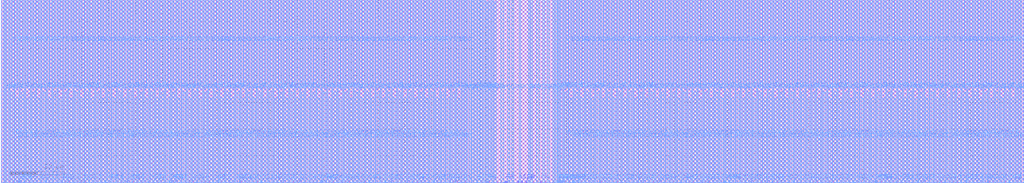
<source format=lef>
# ________________________________________________________________________________________________
# 
# 
#             Synchronous One-Port Register File Compiler
# 
#                 UMC 0.11um LL AE Logic Process
# 
# ________________________________________________________________________________________________
# 
#               
#         Copyright (C) 2024 Faraday Technology Corporation. All Rights Reserved.       
#                
#         This source code is an unpublished work belongs to Faraday Technology Corporation       
#         It is considered a trade secret and is not to be divulged or       
#         used by parties who have not received written authorization from       
#         Faraday Technology Corporation       
#                
#         Faraday's home page can be found at: http://www.faraday-tech.com/       
#                
# ________________________________________________________________________________________________
# 
#        IP Name            :  FSR0K_B_SY                
#        IP Version         :  1.4.0                     
#        IP Release Status  :  Active                    
#        Word               :  128                       
#        Bit                :  7                         
#        Byte               :  6                         
#        Mux                :  4                         
#        Output Loading     :  0.01                      
#        Clock Input Slew   :  0.016                     
#        Data Input Slew    :  0.016                     
#        Ring Type          :  Ringless Model            
#        Ring Width         :  0                         
#        Bus Format         :  0                         
#        Memaker Path       :  /home/mem/Desktop/memlib  
#        GUI Version        :  m20230904                 
#        Date               :  2024/09/06 19:52:02       
# ________________________________________________________________________________________________
# 

VERSION 5.5 ;
NAMESCASESENSITIVE ON ;
MACRO SYKB110_128X7X6CM4
CLASS BLOCK ;
FOREIGN SYKB110_128X7X6CM4 0.000 0.000 ;
ORIGIN 0.000 0.000 ;
SIZE 379.835 BY 68.179 ;
SYMMETRY x y r90 ;
SITE core ;
PIN VCC
  DIRECTION INOUT ;
  USE POWER ;
 PORT
  LAYER ME4 ;
  RECT 213.401 0.000 214.121 33.870 ;
 END
 PORT
  LAYER ME4 ;
  RECT 209.397 0.000 210.117 33.870 ;
 END
 PORT
  LAYER ME4 ;
  RECT 221.409 0.000 222.129 33.870 ;
 END
 PORT
  LAYER ME4 ;
  RECT 217.405 0.000 218.125 33.870 ;
 END
 PORT
  LAYER ME4 ;
  RECT 229.417 0.000 230.137 33.870 ;
 END
 PORT
  LAYER ME4 ;
  RECT 225.413 0.000 226.133 33.870 ;
 END
 PORT
  LAYER ME4 ;
  RECT 237.425 0.000 238.145 33.870 ;
 END
 PORT
  LAYER ME4 ;
  RECT 233.421 0.000 234.141 33.870 ;
 END
 PORT
  LAYER ME4 ;
  RECT 245.433 0.000 246.153 33.870 ;
 END
 PORT
  LAYER ME4 ;
  RECT 241.429 0.000 242.149 33.870 ;
 END
 PORT
  LAYER ME4 ;
  RECT 253.441 0.000 254.161 33.870 ;
 END
 PORT
  LAYER ME4 ;
  RECT 249.437 0.000 250.157 33.870 ;
 END
 PORT
  LAYER ME4 ;
  RECT 261.449 0.000 262.169 33.870 ;
 END
 PORT
  LAYER ME4 ;
  RECT 257.445 0.000 258.165 33.870 ;
 END
 PORT
  LAYER ME4 ;
  RECT 269.457 0.000 270.177 33.870 ;
 END
 PORT
  LAYER ME4 ;
  RECT 265.453 0.000 266.173 33.870 ;
 END
 PORT
  LAYER ME4 ;
  RECT 277.465 0.000 278.185 33.870 ;
 END
 PORT
  LAYER ME4 ;
  RECT 273.461 0.000 274.181 33.870 ;
 END
 PORT
  LAYER ME4 ;
  RECT 285.473 0.000 286.193 33.870 ;
 END
 PORT
  LAYER ME4 ;
  RECT 281.469 0.000 282.189 33.870 ;
 END
 PORT
  LAYER ME4 ;
  RECT 293.481 0.000 294.201 33.870 ;
 END
 PORT
  LAYER ME4 ;
  RECT 289.477 0.000 290.197 33.870 ;
 END
 PORT
  LAYER ME4 ;
  RECT 301.489 0.000 302.209 33.870 ;
 END
 PORT
  LAYER ME4 ;
  RECT 297.485 0.000 298.205 33.870 ;
 END
 PORT
  LAYER ME4 ;
  RECT 309.497 0.000 310.217 33.870 ;
 END
 PORT
  LAYER ME4 ;
  RECT 305.493 0.000 306.213 33.870 ;
 END
 PORT
  LAYER ME4 ;
  RECT 317.505 0.000 318.225 33.870 ;
 END
 PORT
  LAYER ME4 ;
  RECT 313.501 0.000 314.221 33.870 ;
 END
 PORT
  LAYER ME4 ;
  RECT 325.513 0.000 326.233 33.870 ;
 END
 PORT
  LAYER ME4 ;
  RECT 321.509 0.000 322.229 33.870 ;
 END
 PORT
  LAYER ME4 ;
  RECT 333.521 0.000 334.241 33.870 ;
 END
 PORT
  LAYER ME4 ;
  RECT 329.517 0.000 330.237 33.870 ;
 END
 PORT
  LAYER ME4 ;
  RECT 341.529 0.000 342.249 33.870 ;
 END
 PORT
  LAYER ME4 ;
  RECT 337.525 0.000 338.245 33.870 ;
 END
 PORT
  LAYER ME4 ;
  RECT 349.537 0.000 350.257 33.870 ;
 END
 PORT
  LAYER ME4 ;
  RECT 345.533 0.000 346.253 33.870 ;
 END
 PORT
  LAYER ME4 ;
  RECT 357.545 0.000 358.265 33.870 ;
 END
 PORT
  LAYER ME4 ;
  RECT 353.541 0.000 354.261 33.870 ;
 END
 PORT
  LAYER ME4 ;
  RECT 365.553 0.000 366.273 33.870 ;
 END
 PORT
  LAYER ME4 ;
  RECT 361.549 0.000 362.269 33.870 ;
 END
 PORT
  LAYER ME4 ;
  RECT 373.561 0.000 374.281 33.870 ;
 END
 PORT
  LAYER ME4 ;
  RECT 369.557 0.000 370.277 33.870 ;
 END
 PORT
  LAYER ME4 ;
  RECT 378.535 0.000 378.915 68.179 ;
 END
 PORT
  LAYER ME4 ;
  RECT 192.509 0.000 193.109 68.179 ;
 END
 PORT
  LAYER ME4 ;
  RECT 196.689 0.000 197.409 68.179 ;
 END
 PORT
  LAYER ME4 ;
  RECT 198.799 0.000 199.919 68.179 ;
 END
 PORT
  LAYER ME4 ;
  RECT 204.829 0.000 205.549 68.179 ;
 END
 PORT
  LAYER ME4 ;
  RECT 206.765 0.921 207.145 68.179 ;
 END
 PORT
  LAYER ME4 ;
  RECT 185.564 0.000 186.684 68.179 ;
 END
 PORT
  LAYER ME4 ;
  RECT 188.279 0.000 188.999 68.179 ;
 END
 PORT
  LAYER ME4 ;
  RECT 183.190 0.000 183.910 67.420 ;
 END
 PORT
  LAYER ME4 ;
  RECT 181.150 0.921 181.870 68.179 ;
 END
 PORT
  LAYER ME4 ;
  RECT 179.030 0.000 179.750 68.179 ;
 END
 PORT
  LAYER ME4 ;
  RECT 176.990 0.921 177.710 68.179 ;
 END
 PORT
  LAYER ME4 ;
  RECT 0.920 0.000 1.300 68.179 ;
 END
 PORT
  LAYER ME4 ;
  RECT 7.556 0.000 8.276 33.870 ;
 END
 PORT
  LAYER ME4 ;
  RECT 3.552 0.000 4.272 33.870 ;
 END
 PORT
  LAYER ME4 ;
  RECT 15.564 0.000 16.284 33.870 ;
 END
 PORT
  LAYER ME4 ;
  RECT 11.560 0.000 12.280 33.870 ;
 END
 PORT
  LAYER ME4 ;
  RECT 23.572 0.000 24.292 33.870 ;
 END
 PORT
  LAYER ME4 ;
  RECT 19.568 0.000 20.288 33.870 ;
 END
 PORT
  LAYER ME4 ;
  RECT 31.580 0.000 32.300 33.870 ;
 END
 PORT
  LAYER ME4 ;
  RECT 27.576 0.000 28.296 33.870 ;
 END
 PORT
  LAYER ME4 ;
  RECT 39.588 0.000 40.308 33.870 ;
 END
 PORT
  LAYER ME4 ;
  RECT 35.584 0.000 36.304 33.870 ;
 END
 PORT
  LAYER ME4 ;
  RECT 47.596 0.000 48.316 33.870 ;
 END
 PORT
  LAYER ME4 ;
  RECT 43.592 0.000 44.312 33.870 ;
 END
 PORT
  LAYER ME4 ;
  RECT 55.604 0.000 56.324 33.870 ;
 END
 PORT
  LAYER ME4 ;
  RECT 51.600 0.000 52.320 33.870 ;
 END
 PORT
  LAYER ME4 ;
  RECT 63.612 0.000 64.332 33.870 ;
 END
 PORT
  LAYER ME4 ;
  RECT 59.608 0.000 60.328 33.870 ;
 END
 PORT
  LAYER ME4 ;
  RECT 71.620 0.000 72.340 33.870 ;
 END
 PORT
  LAYER ME4 ;
  RECT 67.616 0.000 68.336 33.870 ;
 END
 PORT
  LAYER ME4 ;
  RECT 79.628 0.000 80.348 33.870 ;
 END
 PORT
  LAYER ME4 ;
  RECT 75.624 0.000 76.344 33.870 ;
 END
 PORT
  LAYER ME4 ;
  RECT 87.636 0.000 88.356 33.870 ;
 END
 PORT
  LAYER ME4 ;
  RECT 83.632 0.000 84.352 33.870 ;
 END
 PORT
  LAYER ME4 ;
  RECT 95.644 0.000 96.364 33.870 ;
 END
 PORT
  LAYER ME4 ;
  RECT 91.640 0.000 92.360 33.870 ;
 END
 PORT
  LAYER ME4 ;
  RECT 103.652 0.000 104.372 33.870 ;
 END
 PORT
  LAYER ME4 ;
  RECT 99.648 0.000 100.368 33.870 ;
 END
 PORT
  LAYER ME4 ;
  RECT 111.660 0.000 112.380 33.870 ;
 END
 PORT
  LAYER ME4 ;
  RECT 107.656 0.000 108.376 33.870 ;
 END
 PORT
  LAYER ME4 ;
  RECT 119.668 0.000 120.388 33.870 ;
 END
 PORT
  LAYER ME4 ;
  RECT 115.664 0.000 116.384 33.870 ;
 END
 PORT
  LAYER ME4 ;
  RECT 127.676 0.000 128.396 33.870 ;
 END
 PORT
  LAYER ME4 ;
  RECT 123.672 0.000 124.392 33.870 ;
 END
 PORT
  LAYER ME4 ;
  RECT 135.684 0.000 136.404 33.870 ;
 END
 PORT
  LAYER ME4 ;
  RECT 131.680 0.000 132.400 33.870 ;
 END
 PORT
  LAYER ME4 ;
  RECT 143.692 0.000 144.412 33.870 ;
 END
 PORT
  LAYER ME4 ;
  RECT 139.688 0.000 140.408 33.870 ;
 END
 PORT
  LAYER ME4 ;
  RECT 151.700 0.000 152.420 33.870 ;
 END
 PORT
  LAYER ME4 ;
  RECT 147.696 0.000 148.416 33.870 ;
 END
 PORT
  LAYER ME4 ;
  RECT 159.708 0.000 160.428 33.870 ;
 END
 PORT
  LAYER ME4 ;
  RECT 155.704 0.000 156.424 33.870 ;
 END
 PORT
  LAYER ME4 ;
  RECT 167.716 0.000 168.436 33.870 ;
 END
 PORT
  LAYER ME4 ;
  RECT 163.712 0.000 164.432 33.870 ;
 END
 PORT
  LAYER ME4 ;
  RECT 174.870 0.000 175.590 68.179 ;
 END
 PORT
  LAYER ME4 ;
  RECT 172.690 0.000 173.070 68.179 ;
 END
 PORT
  LAYER ME4 ;
  RECT 215.593 35.220 215.933 68.179 ;
 END
 PORT
  LAYER ME4 ;
  RECT 213.591 35.220 213.931 68.179 ;
 END
 PORT
  LAYER ME4 ;
  RECT 211.589 35.220 211.929 68.179 ;
 END
 PORT
  LAYER ME4 ;
  RECT 209.587 35.220 209.927 68.179 ;
 END
 PORT
  LAYER ME4 ;
  RECT 223.601 35.220 223.941 68.179 ;
 END
 PORT
  LAYER ME4 ;
  RECT 221.599 35.220 221.939 68.179 ;
 END
 PORT
  LAYER ME4 ;
  RECT 219.597 35.220 219.937 68.179 ;
 END
 PORT
  LAYER ME4 ;
  RECT 217.595 35.220 217.935 68.179 ;
 END
 PORT
  LAYER ME4 ;
  RECT 231.609 35.220 231.949 68.179 ;
 END
 PORT
  LAYER ME4 ;
  RECT 229.607 35.220 229.947 68.179 ;
 END
 PORT
  LAYER ME4 ;
  RECT 227.605 35.220 227.945 68.179 ;
 END
 PORT
  LAYER ME4 ;
  RECT 225.603 35.220 225.943 68.179 ;
 END
 PORT
  LAYER ME4 ;
  RECT 239.617 35.220 239.957 68.179 ;
 END
 PORT
  LAYER ME4 ;
  RECT 237.615 35.220 237.955 68.179 ;
 END
 PORT
  LAYER ME4 ;
  RECT 235.613 35.220 235.953 68.179 ;
 END
 PORT
  LAYER ME4 ;
  RECT 233.611 35.220 233.951 68.179 ;
 END
 PORT
  LAYER ME4 ;
  RECT 247.625 35.220 247.965 68.179 ;
 END
 PORT
  LAYER ME4 ;
  RECT 245.623 35.220 245.963 68.179 ;
 END
 PORT
  LAYER ME4 ;
  RECT 243.621 35.220 243.961 68.179 ;
 END
 PORT
  LAYER ME4 ;
  RECT 241.619 35.220 241.959 68.179 ;
 END
 PORT
  LAYER ME4 ;
  RECT 255.633 35.220 255.973 68.179 ;
 END
 PORT
  LAYER ME4 ;
  RECT 253.631 35.220 253.971 68.179 ;
 END
 PORT
  LAYER ME4 ;
  RECT 251.629 35.220 251.969 68.179 ;
 END
 PORT
  LAYER ME4 ;
  RECT 249.627 35.220 249.967 68.179 ;
 END
 PORT
  LAYER ME4 ;
  RECT 263.641 35.220 263.981 68.179 ;
 END
 PORT
  LAYER ME4 ;
  RECT 261.639 35.220 261.979 68.179 ;
 END
 PORT
  LAYER ME4 ;
  RECT 259.637 35.220 259.977 68.179 ;
 END
 PORT
  LAYER ME4 ;
  RECT 257.635 35.220 257.975 68.179 ;
 END
 PORT
  LAYER ME4 ;
  RECT 271.649 35.220 271.989 68.179 ;
 END
 PORT
  LAYER ME4 ;
  RECT 269.647 35.220 269.987 68.179 ;
 END
 PORT
  LAYER ME4 ;
  RECT 267.645 35.220 267.985 68.179 ;
 END
 PORT
  LAYER ME4 ;
  RECT 265.643 35.220 265.983 68.179 ;
 END
 PORT
  LAYER ME4 ;
  RECT 279.657 35.220 279.997 68.179 ;
 END
 PORT
  LAYER ME4 ;
  RECT 277.655 35.220 277.995 68.179 ;
 END
 PORT
  LAYER ME4 ;
  RECT 275.653 35.220 275.993 68.179 ;
 END
 PORT
  LAYER ME4 ;
  RECT 273.651 35.220 273.991 68.179 ;
 END
 PORT
  LAYER ME4 ;
  RECT 287.665 35.220 288.005 68.179 ;
 END
 PORT
  LAYER ME4 ;
  RECT 285.663 35.220 286.003 68.179 ;
 END
 PORT
  LAYER ME4 ;
  RECT 283.661 35.220 284.001 68.179 ;
 END
 PORT
  LAYER ME4 ;
  RECT 281.659 35.220 281.999 68.179 ;
 END
 PORT
  LAYER ME4 ;
  RECT 295.673 35.220 296.013 68.179 ;
 END
 PORT
  LAYER ME4 ;
  RECT 293.671 35.220 294.011 68.179 ;
 END
 PORT
  LAYER ME4 ;
  RECT 291.669 35.220 292.009 68.179 ;
 END
 PORT
  LAYER ME4 ;
  RECT 289.667 35.220 290.007 68.179 ;
 END
 PORT
  LAYER ME4 ;
  RECT 303.681 35.220 304.021 68.179 ;
 END
 PORT
  LAYER ME4 ;
  RECT 301.679 35.220 302.019 68.179 ;
 END
 PORT
  LAYER ME4 ;
  RECT 299.677 35.220 300.017 68.179 ;
 END
 PORT
  LAYER ME4 ;
  RECT 297.675 35.220 298.015 68.179 ;
 END
 PORT
  LAYER ME4 ;
  RECT 311.689 35.220 312.029 68.179 ;
 END
 PORT
  LAYER ME4 ;
  RECT 309.687 35.220 310.027 68.179 ;
 END
 PORT
  LAYER ME4 ;
  RECT 307.685 35.220 308.025 68.179 ;
 END
 PORT
  LAYER ME4 ;
  RECT 305.683 35.220 306.023 68.179 ;
 END
 PORT
  LAYER ME4 ;
  RECT 319.697 35.220 320.037 68.179 ;
 END
 PORT
  LAYER ME4 ;
  RECT 317.695 35.220 318.035 68.179 ;
 END
 PORT
  LAYER ME4 ;
  RECT 315.693 35.220 316.033 68.179 ;
 END
 PORT
  LAYER ME4 ;
  RECT 313.691 35.220 314.031 68.179 ;
 END
 PORT
  LAYER ME4 ;
  RECT 327.705 35.220 328.045 68.179 ;
 END
 PORT
  LAYER ME4 ;
  RECT 325.703 35.220 326.043 68.179 ;
 END
 PORT
  LAYER ME4 ;
  RECT 323.701 35.220 324.041 68.179 ;
 END
 PORT
  LAYER ME4 ;
  RECT 321.699 35.220 322.039 68.179 ;
 END
 PORT
  LAYER ME4 ;
  RECT 335.713 35.220 336.053 68.179 ;
 END
 PORT
  LAYER ME4 ;
  RECT 333.711 35.220 334.051 68.179 ;
 END
 PORT
  LAYER ME4 ;
  RECT 331.709 35.220 332.049 68.179 ;
 END
 PORT
  LAYER ME4 ;
  RECT 329.707 35.220 330.047 68.179 ;
 END
 PORT
  LAYER ME4 ;
  RECT 343.721 35.220 344.061 68.179 ;
 END
 PORT
  LAYER ME4 ;
  RECT 341.719 35.220 342.059 68.179 ;
 END
 PORT
  LAYER ME4 ;
  RECT 339.717 35.220 340.057 68.179 ;
 END
 PORT
  LAYER ME4 ;
  RECT 337.715 35.220 338.055 68.179 ;
 END
 PORT
  LAYER ME4 ;
  RECT 351.729 35.220 352.069 68.179 ;
 END
 PORT
  LAYER ME4 ;
  RECT 349.727 35.220 350.067 68.179 ;
 END
 PORT
  LAYER ME4 ;
  RECT 347.725 35.220 348.065 68.179 ;
 END
 PORT
  LAYER ME4 ;
  RECT 345.723 35.220 346.063 68.179 ;
 END
 PORT
  LAYER ME4 ;
  RECT 359.737 35.220 360.077 68.179 ;
 END
 PORT
  LAYER ME4 ;
  RECT 357.735 35.220 358.075 68.179 ;
 END
 PORT
  LAYER ME4 ;
  RECT 355.733 35.220 356.073 68.179 ;
 END
 PORT
  LAYER ME4 ;
  RECT 353.731 35.220 354.071 68.179 ;
 END
 PORT
  LAYER ME4 ;
  RECT 367.745 35.220 368.085 68.179 ;
 END
 PORT
  LAYER ME4 ;
  RECT 365.743 35.220 366.083 68.179 ;
 END
 PORT
  LAYER ME4 ;
  RECT 363.741 35.220 364.081 68.179 ;
 END
 PORT
  LAYER ME4 ;
  RECT 361.739 35.220 362.079 68.179 ;
 END
 PORT
  LAYER ME4 ;
  RECT 375.753 35.220 376.093 68.179 ;
 END
 PORT
  LAYER ME4 ;
  RECT 373.751 35.220 374.091 68.179 ;
 END
 PORT
  LAYER ME4 ;
  RECT 371.749 35.220 372.089 68.179 ;
 END
 PORT
  LAYER ME4 ;
  RECT 369.747 35.220 370.087 68.179 ;
 END
 PORT
  LAYER ME4 ;
  RECT 9.748 35.220 10.088 68.179 ;
 END
 PORT
  LAYER ME4 ;
  RECT 7.746 35.220 8.086 68.179 ;
 END
 PORT
  LAYER ME4 ;
  RECT 5.744 35.220 6.084 68.179 ;
 END
 PORT
  LAYER ME4 ;
  RECT 3.742 35.220 4.082 68.179 ;
 END
 PORT
  LAYER ME4 ;
  RECT 17.756 35.220 18.096 68.179 ;
 END
 PORT
  LAYER ME4 ;
  RECT 15.754 35.220 16.094 68.179 ;
 END
 PORT
  LAYER ME4 ;
  RECT 13.752 35.220 14.092 68.179 ;
 END
 PORT
  LAYER ME4 ;
  RECT 11.750 35.220 12.090 68.179 ;
 END
 PORT
  LAYER ME4 ;
  RECT 25.764 35.220 26.104 68.179 ;
 END
 PORT
  LAYER ME4 ;
  RECT 23.762 35.220 24.102 68.179 ;
 END
 PORT
  LAYER ME4 ;
  RECT 21.760 35.220 22.100 68.179 ;
 END
 PORT
  LAYER ME4 ;
  RECT 19.758 35.220 20.098 68.179 ;
 END
 PORT
  LAYER ME4 ;
  RECT 33.772 35.220 34.112 68.179 ;
 END
 PORT
  LAYER ME4 ;
  RECT 31.770 35.220 32.110 68.179 ;
 END
 PORT
  LAYER ME4 ;
  RECT 29.768 35.220 30.108 68.179 ;
 END
 PORT
  LAYER ME4 ;
  RECT 27.766 35.220 28.106 68.179 ;
 END
 PORT
  LAYER ME4 ;
  RECT 41.780 35.220 42.120 68.179 ;
 END
 PORT
  LAYER ME4 ;
  RECT 39.778 35.220 40.118 68.179 ;
 END
 PORT
  LAYER ME4 ;
  RECT 37.776 35.220 38.116 68.179 ;
 END
 PORT
  LAYER ME4 ;
  RECT 35.774 35.220 36.114 68.179 ;
 END
 PORT
  LAYER ME4 ;
  RECT 49.788 35.220 50.128 68.179 ;
 END
 PORT
  LAYER ME4 ;
  RECT 47.786 35.220 48.126 68.179 ;
 END
 PORT
  LAYER ME4 ;
  RECT 45.784 35.220 46.124 68.179 ;
 END
 PORT
  LAYER ME4 ;
  RECT 43.782 35.220 44.122 68.179 ;
 END
 PORT
  LAYER ME4 ;
  RECT 57.796 35.220 58.136 68.179 ;
 END
 PORT
  LAYER ME4 ;
  RECT 55.794 35.220 56.134 68.179 ;
 END
 PORT
  LAYER ME4 ;
  RECT 53.792 35.220 54.132 68.179 ;
 END
 PORT
  LAYER ME4 ;
  RECT 51.790 35.220 52.130 68.179 ;
 END
 PORT
  LAYER ME4 ;
  RECT 65.804 35.220 66.144 68.179 ;
 END
 PORT
  LAYER ME4 ;
  RECT 63.802 35.220 64.142 68.179 ;
 END
 PORT
  LAYER ME4 ;
  RECT 61.800 35.220 62.140 68.179 ;
 END
 PORT
  LAYER ME4 ;
  RECT 59.798 35.220 60.138 68.179 ;
 END
 PORT
  LAYER ME4 ;
  RECT 73.812 35.220 74.152 68.179 ;
 END
 PORT
  LAYER ME4 ;
  RECT 71.810 35.220 72.150 68.179 ;
 END
 PORT
  LAYER ME4 ;
  RECT 69.808 35.220 70.148 68.179 ;
 END
 PORT
  LAYER ME4 ;
  RECT 67.806 35.220 68.146 68.179 ;
 END
 PORT
  LAYER ME4 ;
  RECT 81.820 35.220 82.160 68.179 ;
 END
 PORT
  LAYER ME4 ;
  RECT 79.818 35.220 80.158 68.179 ;
 END
 PORT
  LAYER ME4 ;
  RECT 77.816 35.220 78.156 68.179 ;
 END
 PORT
  LAYER ME4 ;
  RECT 75.814 35.220 76.154 68.179 ;
 END
 PORT
  LAYER ME4 ;
  RECT 89.828 35.220 90.168 68.179 ;
 END
 PORT
  LAYER ME4 ;
  RECT 87.826 35.220 88.166 68.179 ;
 END
 PORT
  LAYER ME4 ;
  RECT 85.824 35.220 86.164 68.179 ;
 END
 PORT
  LAYER ME4 ;
  RECT 83.822 35.220 84.162 68.179 ;
 END
 PORT
  LAYER ME4 ;
  RECT 97.836 35.220 98.176 68.179 ;
 END
 PORT
  LAYER ME4 ;
  RECT 95.834 35.220 96.174 68.179 ;
 END
 PORT
  LAYER ME4 ;
  RECT 93.832 35.220 94.172 68.179 ;
 END
 PORT
  LAYER ME4 ;
  RECT 91.830 35.220 92.170 68.179 ;
 END
 PORT
  LAYER ME4 ;
  RECT 105.844 35.220 106.184 68.179 ;
 END
 PORT
  LAYER ME4 ;
  RECT 103.842 35.220 104.182 68.179 ;
 END
 PORT
  LAYER ME4 ;
  RECT 101.840 35.220 102.180 68.179 ;
 END
 PORT
  LAYER ME4 ;
  RECT 99.838 35.220 100.178 68.179 ;
 END
 PORT
  LAYER ME4 ;
  RECT 113.852 35.220 114.192 68.179 ;
 END
 PORT
  LAYER ME4 ;
  RECT 111.850 35.220 112.190 68.179 ;
 END
 PORT
  LAYER ME4 ;
  RECT 109.848 35.220 110.188 68.179 ;
 END
 PORT
  LAYER ME4 ;
  RECT 107.846 35.220 108.186 68.179 ;
 END
 PORT
  LAYER ME4 ;
  RECT 121.860 35.220 122.200 68.179 ;
 END
 PORT
  LAYER ME4 ;
  RECT 119.858 35.220 120.198 68.179 ;
 END
 PORT
  LAYER ME4 ;
  RECT 117.856 35.220 118.196 68.179 ;
 END
 PORT
  LAYER ME4 ;
  RECT 115.854 35.220 116.194 68.179 ;
 END
 PORT
  LAYER ME4 ;
  RECT 129.868 35.220 130.208 68.179 ;
 END
 PORT
  LAYER ME4 ;
  RECT 127.866 35.220 128.206 68.179 ;
 END
 PORT
  LAYER ME4 ;
  RECT 125.864 35.220 126.204 68.179 ;
 END
 PORT
  LAYER ME4 ;
  RECT 123.862 35.220 124.202 68.179 ;
 END
 PORT
  LAYER ME4 ;
  RECT 137.876 35.220 138.216 68.179 ;
 END
 PORT
  LAYER ME4 ;
  RECT 135.874 35.220 136.214 68.179 ;
 END
 PORT
  LAYER ME4 ;
  RECT 133.872 35.220 134.212 68.179 ;
 END
 PORT
  LAYER ME4 ;
  RECT 131.870 35.220 132.210 68.179 ;
 END
 PORT
  LAYER ME4 ;
  RECT 145.884 35.220 146.224 68.179 ;
 END
 PORT
  LAYER ME4 ;
  RECT 143.882 35.220 144.222 68.179 ;
 END
 PORT
  LAYER ME4 ;
  RECT 141.880 35.220 142.220 68.179 ;
 END
 PORT
  LAYER ME4 ;
  RECT 139.878 35.220 140.218 68.179 ;
 END
 PORT
  LAYER ME4 ;
  RECT 153.892 35.220 154.232 68.179 ;
 END
 PORT
  LAYER ME4 ;
  RECT 151.890 35.220 152.230 68.179 ;
 END
 PORT
  LAYER ME4 ;
  RECT 149.888 35.220 150.228 68.179 ;
 END
 PORT
  LAYER ME4 ;
  RECT 147.886 35.220 148.226 68.179 ;
 END
 PORT
  LAYER ME4 ;
  RECT 161.900 35.220 162.240 68.179 ;
 END
 PORT
  LAYER ME4 ;
  RECT 159.898 35.220 160.238 68.179 ;
 END
 PORT
  LAYER ME4 ;
  RECT 157.896 35.220 158.236 68.179 ;
 END
 PORT
  LAYER ME4 ;
  RECT 155.894 35.220 156.234 68.179 ;
 END
 PORT
  LAYER ME4 ;
  RECT 169.908 35.220 170.248 68.179 ;
 END
 PORT
  LAYER ME4 ;
  RECT 167.906 35.220 168.246 68.179 ;
 END
 PORT
  LAYER ME4 ;
  RECT 165.904 35.220 166.244 68.179 ;
 END
 PORT
  LAYER ME4 ;
  RECT 163.902 35.220 164.242 68.179 ;
 END
END VCC
PIN GND
  DIRECTION INOUT ;
  USE GROUND ;
 PORT
  LAYER ME4 ;
  RECT 208.586 0.921 208.926 68.179 ;
 END
 PORT
  LAYER ME4 ;
  RECT 215.403 0.000 216.123 31.570 ;
 END
 PORT
  LAYER ME4 ;
  RECT 216.594 0.000 216.934 68.179 ;
 END
 PORT
  LAYER ME4 ;
  RECT 210.588 0.000 210.928 68.179 ;
 END
 PORT
  LAYER ME4 ;
  RECT 211.399 0.000 212.119 31.570 ;
 END
 PORT
  LAYER ME4 ;
  RECT 212.590 0.921 212.930 68.179 ;
 END
 PORT
  LAYER ME4 ;
  RECT 214.592 0.921 214.932 68.179 ;
 END
 PORT
  LAYER ME4 ;
  RECT 223.411 0.000 224.131 31.570 ;
 END
 PORT
  LAYER ME4 ;
  RECT 224.602 0.000 224.942 68.179 ;
 END
 PORT
  LAYER ME4 ;
  RECT 218.596 0.000 218.936 68.179 ;
 END
 PORT
  LAYER ME4 ;
  RECT 219.407 0.000 220.127 31.570 ;
 END
 PORT
  LAYER ME4 ;
  RECT 220.598 0.921 220.938 68.179 ;
 END
 PORT
  LAYER ME4 ;
  RECT 222.600 0.921 222.940 68.179 ;
 END
 PORT
  LAYER ME4 ;
  RECT 231.419 0.000 232.139 31.570 ;
 END
 PORT
  LAYER ME4 ;
  RECT 232.610 0.000 232.950 68.179 ;
 END
 PORT
  LAYER ME4 ;
  RECT 226.604 0.000 226.944 68.179 ;
 END
 PORT
  LAYER ME4 ;
  RECT 227.415 0.000 228.135 31.570 ;
 END
 PORT
  LAYER ME4 ;
  RECT 228.606 0.921 228.946 68.179 ;
 END
 PORT
  LAYER ME4 ;
  RECT 230.608 0.921 230.948 68.179 ;
 END
 PORT
  LAYER ME4 ;
  RECT 239.427 0.000 240.147 31.570 ;
 END
 PORT
  LAYER ME4 ;
  RECT 240.618 0.000 240.958 68.179 ;
 END
 PORT
  LAYER ME4 ;
  RECT 234.612 0.000 234.952 68.179 ;
 END
 PORT
  LAYER ME4 ;
  RECT 235.423 0.000 236.143 31.570 ;
 END
 PORT
  LAYER ME4 ;
  RECT 236.614 0.921 236.954 68.179 ;
 END
 PORT
  LAYER ME4 ;
  RECT 238.616 0.921 238.956 68.179 ;
 END
 PORT
  LAYER ME4 ;
  RECT 247.435 0.000 248.155 31.570 ;
 END
 PORT
  LAYER ME4 ;
  RECT 248.626 0.000 248.966 68.179 ;
 END
 PORT
  LAYER ME4 ;
  RECT 242.620 0.000 242.960 68.179 ;
 END
 PORT
  LAYER ME4 ;
  RECT 243.431 0.000 244.151 31.570 ;
 END
 PORT
  LAYER ME4 ;
  RECT 244.622 0.921 244.962 68.179 ;
 END
 PORT
  LAYER ME4 ;
  RECT 246.624 0.921 246.964 68.179 ;
 END
 PORT
  LAYER ME4 ;
  RECT 255.443 0.000 256.163 31.570 ;
 END
 PORT
  LAYER ME4 ;
  RECT 256.634 0.000 256.974 68.179 ;
 END
 PORT
  LAYER ME4 ;
  RECT 250.628 0.000 250.968 68.179 ;
 END
 PORT
  LAYER ME4 ;
  RECT 251.439 0.000 252.159 31.570 ;
 END
 PORT
  LAYER ME4 ;
  RECT 252.630 0.921 252.970 68.179 ;
 END
 PORT
  LAYER ME4 ;
  RECT 254.632 0.921 254.972 68.179 ;
 END
 PORT
  LAYER ME4 ;
  RECT 263.451 0.000 264.171 31.570 ;
 END
 PORT
  LAYER ME4 ;
  RECT 264.642 0.000 264.982 68.179 ;
 END
 PORT
  LAYER ME4 ;
  RECT 258.636 0.000 258.976 68.179 ;
 END
 PORT
  LAYER ME4 ;
  RECT 259.447 0.000 260.167 31.570 ;
 END
 PORT
  LAYER ME4 ;
  RECT 260.638 0.921 260.978 68.179 ;
 END
 PORT
  LAYER ME4 ;
  RECT 262.640 0.921 262.980 68.179 ;
 END
 PORT
  LAYER ME4 ;
  RECT 271.459 0.000 272.179 31.570 ;
 END
 PORT
  LAYER ME4 ;
  RECT 272.650 0.000 272.990 68.179 ;
 END
 PORT
  LAYER ME4 ;
  RECT 266.644 0.000 266.984 68.179 ;
 END
 PORT
  LAYER ME4 ;
  RECT 267.455 0.000 268.175 31.570 ;
 END
 PORT
  LAYER ME4 ;
  RECT 268.646 0.921 268.986 68.179 ;
 END
 PORT
  LAYER ME4 ;
  RECT 270.648 0.921 270.988 68.179 ;
 END
 PORT
  LAYER ME4 ;
  RECT 279.467 0.000 280.187 31.570 ;
 END
 PORT
  LAYER ME4 ;
  RECT 280.658 0.000 280.998 68.179 ;
 END
 PORT
  LAYER ME4 ;
  RECT 274.652 0.000 274.992 68.179 ;
 END
 PORT
  LAYER ME4 ;
  RECT 275.463 0.000 276.183 31.570 ;
 END
 PORT
  LAYER ME4 ;
  RECT 276.654 0.921 276.994 68.179 ;
 END
 PORT
  LAYER ME4 ;
  RECT 278.656 0.921 278.996 68.179 ;
 END
 PORT
  LAYER ME4 ;
  RECT 287.475 0.000 288.195 31.570 ;
 END
 PORT
  LAYER ME4 ;
  RECT 288.666 0.000 289.006 68.179 ;
 END
 PORT
  LAYER ME4 ;
  RECT 282.660 0.000 283.000 68.179 ;
 END
 PORT
  LAYER ME4 ;
  RECT 283.471 0.000 284.191 31.570 ;
 END
 PORT
  LAYER ME4 ;
  RECT 284.662 0.921 285.002 68.179 ;
 END
 PORT
  LAYER ME4 ;
  RECT 286.664 0.921 287.004 68.179 ;
 END
 PORT
  LAYER ME4 ;
  RECT 295.483 0.000 296.203 31.570 ;
 END
 PORT
  LAYER ME4 ;
  RECT 296.674 0.000 297.014 68.179 ;
 END
 PORT
  LAYER ME4 ;
  RECT 290.668 0.000 291.008 68.179 ;
 END
 PORT
  LAYER ME4 ;
  RECT 291.479 0.000 292.199 31.570 ;
 END
 PORT
  LAYER ME4 ;
  RECT 292.670 0.921 293.010 68.179 ;
 END
 PORT
  LAYER ME4 ;
  RECT 294.672 0.921 295.012 68.179 ;
 END
 PORT
  LAYER ME4 ;
  RECT 303.491 0.000 304.211 31.570 ;
 END
 PORT
  LAYER ME4 ;
  RECT 304.682 0.000 305.022 68.179 ;
 END
 PORT
  LAYER ME4 ;
  RECT 298.676 0.000 299.016 68.179 ;
 END
 PORT
  LAYER ME4 ;
  RECT 299.487 0.000 300.207 31.570 ;
 END
 PORT
  LAYER ME4 ;
  RECT 300.678 0.921 301.018 68.179 ;
 END
 PORT
  LAYER ME4 ;
  RECT 302.680 0.921 303.020 68.179 ;
 END
 PORT
  LAYER ME4 ;
  RECT 311.499 0.000 312.219 31.570 ;
 END
 PORT
  LAYER ME4 ;
  RECT 312.690 0.000 313.030 68.179 ;
 END
 PORT
  LAYER ME4 ;
  RECT 306.684 0.000 307.024 68.179 ;
 END
 PORT
  LAYER ME4 ;
  RECT 307.495 0.000 308.215 31.570 ;
 END
 PORT
  LAYER ME4 ;
  RECT 308.686 0.921 309.026 68.179 ;
 END
 PORT
  LAYER ME4 ;
  RECT 310.688 0.921 311.028 68.179 ;
 END
 PORT
  LAYER ME4 ;
  RECT 319.507 0.000 320.227 31.570 ;
 END
 PORT
  LAYER ME4 ;
  RECT 320.698 0.000 321.038 68.179 ;
 END
 PORT
  LAYER ME4 ;
  RECT 314.692 0.000 315.032 68.179 ;
 END
 PORT
  LAYER ME4 ;
  RECT 315.503 0.000 316.223 31.570 ;
 END
 PORT
  LAYER ME4 ;
  RECT 316.694 0.921 317.034 68.179 ;
 END
 PORT
  LAYER ME4 ;
  RECT 318.696 0.921 319.036 68.179 ;
 END
 PORT
  LAYER ME4 ;
  RECT 327.515 0.000 328.235 31.570 ;
 END
 PORT
  LAYER ME4 ;
  RECT 328.706 0.000 329.046 68.179 ;
 END
 PORT
  LAYER ME4 ;
  RECT 322.700 0.000 323.040 68.179 ;
 END
 PORT
  LAYER ME4 ;
  RECT 323.511 0.000 324.231 31.570 ;
 END
 PORT
  LAYER ME4 ;
  RECT 324.702 0.921 325.042 68.179 ;
 END
 PORT
  LAYER ME4 ;
  RECT 326.704 0.921 327.044 68.179 ;
 END
 PORT
  LAYER ME4 ;
  RECT 335.523 0.000 336.243 31.570 ;
 END
 PORT
  LAYER ME4 ;
  RECT 336.714 0.000 337.054 68.179 ;
 END
 PORT
  LAYER ME4 ;
  RECT 330.708 0.000 331.048 68.179 ;
 END
 PORT
  LAYER ME4 ;
  RECT 331.519 0.000 332.239 31.570 ;
 END
 PORT
  LAYER ME4 ;
  RECT 332.710 0.921 333.050 68.179 ;
 END
 PORT
  LAYER ME4 ;
  RECT 334.712 0.921 335.052 68.179 ;
 END
 PORT
  LAYER ME4 ;
  RECT 343.531 0.000 344.251 31.570 ;
 END
 PORT
  LAYER ME4 ;
  RECT 344.722 0.000 345.062 68.179 ;
 END
 PORT
  LAYER ME4 ;
  RECT 338.716 0.000 339.056 68.179 ;
 END
 PORT
  LAYER ME4 ;
  RECT 339.527 0.000 340.247 31.570 ;
 END
 PORT
  LAYER ME4 ;
  RECT 340.718 0.921 341.058 68.179 ;
 END
 PORT
  LAYER ME4 ;
  RECT 342.720 0.921 343.060 68.179 ;
 END
 PORT
  LAYER ME4 ;
  RECT 351.539 0.000 352.259 31.570 ;
 END
 PORT
  LAYER ME4 ;
  RECT 352.730 0.000 353.070 68.179 ;
 END
 PORT
  LAYER ME4 ;
  RECT 346.724 0.000 347.064 68.179 ;
 END
 PORT
  LAYER ME4 ;
  RECT 347.535 0.000 348.255 31.570 ;
 END
 PORT
  LAYER ME4 ;
  RECT 348.726 0.921 349.066 68.179 ;
 END
 PORT
  LAYER ME4 ;
  RECT 350.728 0.921 351.068 68.179 ;
 END
 PORT
  LAYER ME4 ;
  RECT 359.547 0.000 360.267 31.570 ;
 END
 PORT
  LAYER ME4 ;
  RECT 360.738 0.000 361.078 68.179 ;
 END
 PORT
  LAYER ME4 ;
  RECT 354.732 0.000 355.072 68.179 ;
 END
 PORT
  LAYER ME4 ;
  RECT 355.543 0.000 356.263 31.570 ;
 END
 PORT
  LAYER ME4 ;
  RECT 356.734 0.921 357.074 68.179 ;
 END
 PORT
  LAYER ME4 ;
  RECT 358.736 0.921 359.076 68.179 ;
 END
 PORT
  LAYER ME4 ;
  RECT 367.555 0.000 368.275 31.570 ;
 END
 PORT
  LAYER ME4 ;
  RECT 368.746 0.000 369.086 68.179 ;
 END
 PORT
  LAYER ME4 ;
  RECT 362.740 0.000 363.080 68.179 ;
 END
 PORT
  LAYER ME4 ;
  RECT 363.551 0.000 364.271 31.570 ;
 END
 PORT
  LAYER ME4 ;
  RECT 364.742 0.921 365.082 68.179 ;
 END
 PORT
  LAYER ME4 ;
  RECT 366.744 0.921 367.084 68.179 ;
 END
 PORT
  LAYER ME4 ;
  RECT 375.563 0.000 376.283 31.570 ;
 END
 PORT
  LAYER ME4 ;
  RECT 376.754 0.000 377.094 68.179 ;
 END
 PORT
  LAYER ME4 ;
  RECT 370.748 0.000 371.088 68.179 ;
 END
 PORT
  LAYER ME4 ;
  RECT 371.559 0.000 372.279 31.570 ;
 END
 PORT
  LAYER ME4 ;
  RECT 372.750 0.921 373.090 68.179 ;
 END
 PORT
  LAYER ME4 ;
  RECT 374.752 0.921 375.092 68.179 ;
 END
 PORT
  LAYER ME4 ;
  RECT 377.755 0.000 378.095 68.179 ;
 END
 PORT
  LAYER ME4 ;
  RECT 189.729 0.000 190.449 68.179 ;
 END
 PORT
  LAYER ME4 ;
  RECT 195.723 0.000 196.443 68.179 ;
 END
 PORT
  LAYER ME4 ;
  RECT 201.194 0.000 201.914 68.179 ;
 END
 PORT
  LAYER ME4 ;
  RECT 202.909 0.000 203.629 68.179 ;
 END
 PORT
  LAYER ME4 ;
  RECT 205.905 0.000 206.505 68.179 ;
 END
 PORT
  LAYER ME4 ;
  RECT 207.585 0.921 207.925 68.179 ;
 END
 PORT
  LAYER ME4 ;
  RECT 182.170 0.000 182.890 68.179 ;
 END
 PORT
  LAYER ME4 ;
  RECT 180.130 0.921 180.850 67.420 ;
 END
 PORT
  LAYER ME4 ;
  RECT 178.010 0.000 178.730 68.179 ;
 END
 PORT
  LAYER ME4 ;
  RECT 175.970 0.921 176.690 68.179 ;
 END
 PORT
  LAYER ME4 ;
  RECT 1.740 0.000 2.080 68.179 ;
 END
 PORT
  LAYER ME4 ;
  RECT 2.741 0.921 3.081 68.179 ;
 END
 PORT
  LAYER ME4 ;
  RECT 9.558 0.000 10.278 31.570 ;
 END
 PORT
  LAYER ME4 ;
  RECT 10.749 0.000 11.089 68.179 ;
 END
 PORT
  LAYER ME4 ;
  RECT 4.743 0.000 5.083 68.179 ;
 END
 PORT
  LAYER ME4 ;
  RECT 5.554 0.000 6.274 31.570 ;
 END
 PORT
  LAYER ME4 ;
  RECT 6.745 0.921 7.085 68.179 ;
 END
 PORT
  LAYER ME4 ;
  RECT 8.747 0.921 9.087 68.179 ;
 END
 PORT
  LAYER ME4 ;
  RECT 17.566 0.000 18.286 31.570 ;
 END
 PORT
  LAYER ME4 ;
  RECT 18.757 0.000 19.097 68.179 ;
 END
 PORT
  LAYER ME4 ;
  RECT 12.751 0.000 13.091 68.179 ;
 END
 PORT
  LAYER ME4 ;
  RECT 13.562 0.000 14.282 31.570 ;
 END
 PORT
  LAYER ME4 ;
  RECT 14.753 0.921 15.093 68.179 ;
 END
 PORT
  LAYER ME4 ;
  RECT 16.755 0.921 17.095 68.179 ;
 END
 PORT
  LAYER ME4 ;
  RECT 25.574 0.000 26.294 31.570 ;
 END
 PORT
  LAYER ME4 ;
  RECT 26.765 0.000 27.105 68.179 ;
 END
 PORT
  LAYER ME4 ;
  RECT 20.759 0.000 21.099 68.179 ;
 END
 PORT
  LAYER ME4 ;
  RECT 21.570 0.000 22.290 31.570 ;
 END
 PORT
  LAYER ME4 ;
  RECT 22.761 0.921 23.101 68.179 ;
 END
 PORT
  LAYER ME4 ;
  RECT 24.763 0.921 25.103 68.179 ;
 END
 PORT
  LAYER ME4 ;
  RECT 33.582 0.000 34.302 31.570 ;
 END
 PORT
  LAYER ME4 ;
  RECT 34.773 0.000 35.113 68.179 ;
 END
 PORT
  LAYER ME4 ;
  RECT 28.767 0.000 29.107 68.179 ;
 END
 PORT
  LAYER ME4 ;
  RECT 29.578 0.000 30.298 31.570 ;
 END
 PORT
  LAYER ME4 ;
  RECT 30.769 0.921 31.109 68.179 ;
 END
 PORT
  LAYER ME4 ;
  RECT 32.771 0.921 33.111 68.179 ;
 END
 PORT
  LAYER ME4 ;
  RECT 41.590 0.000 42.310 31.570 ;
 END
 PORT
  LAYER ME4 ;
  RECT 42.781 0.000 43.121 68.179 ;
 END
 PORT
  LAYER ME4 ;
  RECT 36.775 0.000 37.115 68.179 ;
 END
 PORT
  LAYER ME4 ;
  RECT 37.586 0.000 38.306 31.570 ;
 END
 PORT
  LAYER ME4 ;
  RECT 38.777 0.921 39.117 68.179 ;
 END
 PORT
  LAYER ME4 ;
  RECT 40.779 0.921 41.119 68.179 ;
 END
 PORT
  LAYER ME4 ;
  RECT 49.598 0.000 50.318 31.570 ;
 END
 PORT
  LAYER ME4 ;
  RECT 50.789 0.000 51.129 68.179 ;
 END
 PORT
  LAYER ME4 ;
  RECT 44.783 0.000 45.123 68.179 ;
 END
 PORT
  LAYER ME4 ;
  RECT 45.594 0.000 46.314 31.570 ;
 END
 PORT
  LAYER ME4 ;
  RECT 46.785 0.921 47.125 68.179 ;
 END
 PORT
  LAYER ME4 ;
  RECT 48.787 0.921 49.127 68.179 ;
 END
 PORT
  LAYER ME4 ;
  RECT 57.606 0.000 58.326 31.570 ;
 END
 PORT
  LAYER ME4 ;
  RECT 58.797 0.000 59.137 68.179 ;
 END
 PORT
  LAYER ME4 ;
  RECT 52.791 0.000 53.131 68.179 ;
 END
 PORT
  LAYER ME4 ;
  RECT 53.602 0.000 54.322 31.570 ;
 END
 PORT
  LAYER ME4 ;
  RECT 54.793 0.921 55.133 68.179 ;
 END
 PORT
  LAYER ME4 ;
  RECT 56.795 0.921 57.135 68.179 ;
 END
 PORT
  LAYER ME4 ;
  RECT 65.614 0.000 66.334 31.570 ;
 END
 PORT
  LAYER ME4 ;
  RECT 66.805 0.000 67.145 68.179 ;
 END
 PORT
  LAYER ME4 ;
  RECT 60.799 0.000 61.139 68.179 ;
 END
 PORT
  LAYER ME4 ;
  RECT 61.610 0.000 62.330 31.570 ;
 END
 PORT
  LAYER ME4 ;
  RECT 62.801 0.921 63.141 68.179 ;
 END
 PORT
  LAYER ME4 ;
  RECT 64.803 0.921 65.143 68.179 ;
 END
 PORT
  LAYER ME4 ;
  RECT 73.622 0.000 74.342 31.570 ;
 END
 PORT
  LAYER ME4 ;
  RECT 74.813 0.000 75.153 68.179 ;
 END
 PORT
  LAYER ME4 ;
  RECT 68.807 0.000 69.147 68.179 ;
 END
 PORT
  LAYER ME4 ;
  RECT 69.618 0.000 70.338 31.570 ;
 END
 PORT
  LAYER ME4 ;
  RECT 70.809 0.921 71.149 68.179 ;
 END
 PORT
  LAYER ME4 ;
  RECT 72.811 0.921 73.151 68.179 ;
 END
 PORT
  LAYER ME4 ;
  RECT 81.630 0.000 82.350 31.570 ;
 END
 PORT
  LAYER ME4 ;
  RECT 82.821 0.000 83.161 68.179 ;
 END
 PORT
  LAYER ME4 ;
  RECT 76.815 0.000 77.155 68.179 ;
 END
 PORT
  LAYER ME4 ;
  RECT 77.626 0.000 78.346 31.570 ;
 END
 PORT
  LAYER ME4 ;
  RECT 78.817 0.921 79.157 68.179 ;
 END
 PORT
  LAYER ME4 ;
  RECT 80.819 0.921 81.159 68.179 ;
 END
 PORT
  LAYER ME4 ;
  RECT 89.638 0.000 90.358 31.570 ;
 END
 PORT
  LAYER ME4 ;
  RECT 90.829 0.000 91.169 68.179 ;
 END
 PORT
  LAYER ME4 ;
  RECT 84.823 0.000 85.163 68.179 ;
 END
 PORT
  LAYER ME4 ;
  RECT 85.634 0.000 86.354 31.570 ;
 END
 PORT
  LAYER ME4 ;
  RECT 86.825 0.921 87.165 68.179 ;
 END
 PORT
  LAYER ME4 ;
  RECT 88.827 0.921 89.167 68.179 ;
 END
 PORT
  LAYER ME4 ;
  RECT 97.646 0.000 98.366 31.570 ;
 END
 PORT
  LAYER ME4 ;
  RECT 98.837 0.000 99.177 68.179 ;
 END
 PORT
  LAYER ME4 ;
  RECT 92.831 0.000 93.171 68.179 ;
 END
 PORT
  LAYER ME4 ;
  RECT 93.642 0.000 94.362 31.570 ;
 END
 PORT
  LAYER ME4 ;
  RECT 94.833 0.921 95.173 68.179 ;
 END
 PORT
  LAYER ME4 ;
  RECT 96.835 0.921 97.175 68.179 ;
 END
 PORT
  LAYER ME4 ;
  RECT 105.654 0.000 106.374 31.570 ;
 END
 PORT
  LAYER ME4 ;
  RECT 106.845 0.000 107.185 68.179 ;
 END
 PORT
  LAYER ME4 ;
  RECT 100.839 0.000 101.179 68.179 ;
 END
 PORT
  LAYER ME4 ;
  RECT 101.650 0.000 102.370 31.570 ;
 END
 PORT
  LAYER ME4 ;
  RECT 102.841 0.921 103.181 68.179 ;
 END
 PORT
  LAYER ME4 ;
  RECT 104.843 0.921 105.183 68.179 ;
 END
 PORT
  LAYER ME4 ;
  RECT 113.662 0.000 114.382 31.570 ;
 END
 PORT
  LAYER ME4 ;
  RECT 114.853 0.000 115.193 68.179 ;
 END
 PORT
  LAYER ME4 ;
  RECT 108.847 0.000 109.187 68.179 ;
 END
 PORT
  LAYER ME4 ;
  RECT 109.658 0.000 110.378 31.570 ;
 END
 PORT
  LAYER ME4 ;
  RECT 110.849 0.921 111.189 68.179 ;
 END
 PORT
  LAYER ME4 ;
  RECT 112.851 0.921 113.191 68.179 ;
 END
 PORT
  LAYER ME4 ;
  RECT 121.670 0.000 122.390 31.570 ;
 END
 PORT
  LAYER ME4 ;
  RECT 122.861 0.000 123.201 68.179 ;
 END
 PORT
  LAYER ME4 ;
  RECT 116.855 0.000 117.195 68.179 ;
 END
 PORT
  LAYER ME4 ;
  RECT 117.666 0.000 118.386 31.570 ;
 END
 PORT
  LAYER ME4 ;
  RECT 118.857 0.921 119.197 68.179 ;
 END
 PORT
  LAYER ME4 ;
  RECT 120.859 0.921 121.199 68.179 ;
 END
 PORT
  LAYER ME4 ;
  RECT 129.678 0.000 130.398 31.570 ;
 END
 PORT
  LAYER ME4 ;
  RECT 130.869 0.000 131.209 68.179 ;
 END
 PORT
  LAYER ME4 ;
  RECT 124.863 0.000 125.203 68.179 ;
 END
 PORT
  LAYER ME4 ;
  RECT 125.674 0.000 126.394 31.570 ;
 END
 PORT
  LAYER ME4 ;
  RECT 126.865 0.921 127.205 68.179 ;
 END
 PORT
  LAYER ME4 ;
  RECT 128.867 0.921 129.207 68.179 ;
 END
 PORT
  LAYER ME4 ;
  RECT 137.686 0.000 138.406 31.570 ;
 END
 PORT
  LAYER ME4 ;
  RECT 138.877 0.000 139.217 68.179 ;
 END
 PORT
  LAYER ME4 ;
  RECT 132.871 0.000 133.211 68.179 ;
 END
 PORT
  LAYER ME4 ;
  RECT 133.682 0.000 134.402 31.570 ;
 END
 PORT
  LAYER ME4 ;
  RECT 134.873 0.921 135.213 68.179 ;
 END
 PORT
  LAYER ME4 ;
  RECT 136.875 0.921 137.215 68.179 ;
 END
 PORT
  LAYER ME4 ;
  RECT 145.694 0.000 146.414 31.570 ;
 END
 PORT
  LAYER ME4 ;
  RECT 146.885 0.000 147.225 68.179 ;
 END
 PORT
  LAYER ME4 ;
  RECT 140.879 0.000 141.219 68.179 ;
 END
 PORT
  LAYER ME4 ;
  RECT 141.690 0.000 142.410 31.570 ;
 END
 PORT
  LAYER ME4 ;
  RECT 142.881 0.921 143.221 68.179 ;
 END
 PORT
  LAYER ME4 ;
  RECT 144.883 0.921 145.223 68.179 ;
 END
 PORT
  LAYER ME4 ;
  RECT 153.702 0.000 154.422 31.570 ;
 END
 PORT
  LAYER ME4 ;
  RECT 154.893 0.000 155.233 68.179 ;
 END
 PORT
  LAYER ME4 ;
  RECT 148.887 0.000 149.227 68.179 ;
 END
 PORT
  LAYER ME4 ;
  RECT 149.698 0.000 150.418 31.570 ;
 END
 PORT
  LAYER ME4 ;
  RECT 150.889 0.921 151.229 68.179 ;
 END
 PORT
  LAYER ME4 ;
  RECT 152.891 0.921 153.231 68.179 ;
 END
 PORT
  LAYER ME4 ;
  RECT 161.710 0.000 162.430 31.570 ;
 END
 PORT
  LAYER ME4 ;
  RECT 162.901 0.000 163.241 68.179 ;
 END
 PORT
  LAYER ME4 ;
  RECT 156.895 0.000 157.235 68.179 ;
 END
 PORT
  LAYER ME4 ;
  RECT 157.706 0.000 158.426 31.570 ;
 END
 PORT
  LAYER ME4 ;
  RECT 158.897 0.921 159.237 68.179 ;
 END
 PORT
  LAYER ME4 ;
  RECT 160.899 0.921 161.239 68.179 ;
 END
 PORT
  LAYER ME4 ;
  RECT 169.718 0.000 170.438 31.570 ;
 END
 PORT
  LAYER ME4 ;
  RECT 170.909 0.000 171.249 68.179 ;
 END
 PORT
  LAYER ME4 ;
  RECT 164.903 0.000 165.243 68.179 ;
 END
 PORT
  LAYER ME4 ;
  RECT 165.714 0.000 166.434 31.570 ;
 END
 PORT
  LAYER ME4 ;
  RECT 166.905 0.921 167.245 68.179 ;
 END
 PORT
  LAYER ME4 ;
  RECT 168.907 0.921 169.247 68.179 ;
 END
 PORT
  LAYER ME4 ;
  RECT 173.850 0.000 174.570 68.179 ;
 END
 PORT
  LAYER ME4 ;
  RECT 171.910 0.000 172.250 68.179 ;
 END
END GND
PIN DI20
  DIRECTION INPUT ;
 PORT
  LAYER ME4 ;
  RECT 168.766 0.000 169.046 0.720 ;
  LAYER ME3 ;
  RECT 168.766 0.000 169.046 0.720 ;
  LAYER ME2 ;
  RECT 168.766 0.000 169.046 0.720 ;
  LAYER ME1 ;
  RECT 168.766 0.000 169.046 0.720 ;
 END
 ANTENNAPARTIALMETALAREA                  0.805 LAYER ME1 ;
 ANTENNAGATEAREA                          0.072 LAYER ME1 ;
 ANTENNAGATEAREA                          0.072 LAYER ME2 ;
 ANTENNAGATEAREA                          0.072 LAYER ME3 ;
 ANTENNAGATEAREA                          0.072 LAYER ME4 ;
 ANTENNADIFFAREA                          0.218 LAYER ME1 ;
 ANTENNADIFFAREA                          0.218 LAYER ME2 ;
 ANTENNADIFFAREA                          0.218 LAYER ME3 ;
 ANTENNADIFFAREA                          0.218 LAYER ME4 ;
 ANTENNAMAXAREACAR                       13.984 LAYER ME1 ;
 ANTENNAMAXAREACAR                       16.784 LAYER ME2 ;
 ANTENNAMAXAREACAR                       19.584 LAYER ME3 ;
 ANTENNAMAXAREACAR                       22.384 LAYER ME4 ;
END DI20
PIN DO20
  DIRECTION OUTPUT ;
 PORT
  LAYER ME4 ;
  RECT 166.788 0.000 167.068 0.720 ;
  LAYER ME3 ;
  RECT 166.788 0.000 167.068 0.720 ;
  LAYER ME2 ;
  RECT 166.788 0.000 167.068 0.720 ;
  LAYER ME1 ;
  RECT 166.788 0.000 167.068 0.720 ;
 END
 ANTENNAPARTIALMETALAREA                  2.030 LAYER ME2 ;
 ANTENNADIFFAREA                          1.293 LAYER ME2 ;
 ANTENNADIFFAREA                          1.293 LAYER ME3 ;
 ANTENNADIFFAREA                          1.293 LAYER ME4 ;
END DO20
PIN DI19
  DIRECTION INPUT ;
 PORT
  LAYER ME4 ;
  RECT 160.758 0.000 161.038 0.720 ;
  LAYER ME3 ;
  RECT 160.758 0.000 161.038 0.720 ;
  LAYER ME2 ;
  RECT 160.758 0.000 161.038 0.720 ;
  LAYER ME1 ;
  RECT 160.758 0.000 161.038 0.720 ;
 END
 ANTENNAPARTIALMETALAREA                  0.805 LAYER ME1 ;
 ANTENNAGATEAREA                          0.072 LAYER ME1 ;
 ANTENNAGATEAREA                          0.072 LAYER ME2 ;
 ANTENNAGATEAREA                          0.072 LAYER ME3 ;
 ANTENNAGATEAREA                          0.072 LAYER ME4 ;
 ANTENNADIFFAREA                          0.218 LAYER ME1 ;
 ANTENNADIFFAREA                          0.218 LAYER ME2 ;
 ANTENNADIFFAREA                          0.218 LAYER ME3 ;
 ANTENNADIFFAREA                          0.218 LAYER ME4 ;
 ANTENNAMAXAREACAR                       13.984 LAYER ME1 ;
 ANTENNAMAXAREACAR                       16.784 LAYER ME2 ;
 ANTENNAMAXAREACAR                       19.584 LAYER ME3 ;
 ANTENNAMAXAREACAR                       22.384 LAYER ME4 ;
END DI19
PIN DO19
  DIRECTION OUTPUT ;
 PORT
  LAYER ME4 ;
  RECT 158.780 0.000 159.060 0.720 ;
  LAYER ME3 ;
  RECT 158.780 0.000 159.060 0.720 ;
  LAYER ME2 ;
  RECT 158.780 0.000 159.060 0.720 ;
  LAYER ME1 ;
  RECT 158.780 0.000 159.060 0.720 ;
 END
 ANTENNAPARTIALMETALAREA                  2.030 LAYER ME2 ;
 ANTENNADIFFAREA                          1.293 LAYER ME2 ;
 ANTENNADIFFAREA                          1.293 LAYER ME3 ;
 ANTENNADIFFAREA                          1.293 LAYER ME4 ;
END DO19
PIN DI18
  DIRECTION INPUT ;
 PORT
  LAYER ME4 ;
  RECT 152.750 0.000 153.030 0.720 ;
  LAYER ME3 ;
  RECT 152.750 0.000 153.030 0.720 ;
  LAYER ME2 ;
  RECT 152.750 0.000 153.030 0.720 ;
  LAYER ME1 ;
  RECT 152.750 0.000 153.030 0.720 ;
 END
 ANTENNAPARTIALMETALAREA                  0.805 LAYER ME1 ;
 ANTENNAGATEAREA                          0.072 LAYER ME1 ;
 ANTENNAGATEAREA                          0.072 LAYER ME2 ;
 ANTENNAGATEAREA                          0.072 LAYER ME3 ;
 ANTENNAGATEAREA                          0.072 LAYER ME4 ;
 ANTENNADIFFAREA                          0.218 LAYER ME1 ;
 ANTENNADIFFAREA                          0.218 LAYER ME2 ;
 ANTENNADIFFAREA                          0.218 LAYER ME3 ;
 ANTENNADIFFAREA                          0.218 LAYER ME4 ;
 ANTENNAMAXAREACAR                       13.984 LAYER ME1 ;
 ANTENNAMAXAREACAR                       16.784 LAYER ME2 ;
 ANTENNAMAXAREACAR                       19.584 LAYER ME3 ;
 ANTENNAMAXAREACAR                       22.384 LAYER ME4 ;
END DI18
PIN DO18
  DIRECTION OUTPUT ;
 PORT
  LAYER ME4 ;
  RECT 150.772 0.000 151.052 0.720 ;
  LAYER ME3 ;
  RECT 150.772 0.000 151.052 0.720 ;
  LAYER ME2 ;
  RECT 150.772 0.000 151.052 0.720 ;
  LAYER ME1 ;
  RECT 150.772 0.000 151.052 0.720 ;
 END
 ANTENNAPARTIALMETALAREA                  2.030 LAYER ME2 ;
 ANTENNADIFFAREA                          1.293 LAYER ME2 ;
 ANTENNADIFFAREA                          1.293 LAYER ME3 ;
 ANTENNADIFFAREA                          1.293 LAYER ME4 ;
END DO18
PIN DI17
  DIRECTION INPUT ;
 PORT
  LAYER ME4 ;
  RECT 144.742 0.000 145.022 0.720 ;
  LAYER ME3 ;
  RECT 144.742 0.000 145.022 0.720 ;
  LAYER ME2 ;
  RECT 144.742 0.000 145.022 0.720 ;
  LAYER ME1 ;
  RECT 144.742 0.000 145.022 0.720 ;
 END
 ANTENNAPARTIALMETALAREA                  0.805 LAYER ME1 ;
 ANTENNAGATEAREA                          0.072 LAYER ME1 ;
 ANTENNAGATEAREA                          0.072 LAYER ME2 ;
 ANTENNAGATEAREA                          0.072 LAYER ME3 ;
 ANTENNAGATEAREA                          0.072 LAYER ME4 ;
 ANTENNADIFFAREA                          0.218 LAYER ME1 ;
 ANTENNADIFFAREA                          0.218 LAYER ME2 ;
 ANTENNADIFFAREA                          0.218 LAYER ME3 ;
 ANTENNADIFFAREA                          0.218 LAYER ME4 ;
 ANTENNAMAXAREACAR                       13.984 LAYER ME1 ;
 ANTENNAMAXAREACAR                       16.784 LAYER ME2 ;
 ANTENNAMAXAREACAR                       19.584 LAYER ME3 ;
 ANTENNAMAXAREACAR                       22.384 LAYER ME4 ;
END DI17
PIN DO17
  DIRECTION OUTPUT ;
 PORT
  LAYER ME4 ;
  RECT 142.764 0.000 143.044 0.720 ;
  LAYER ME3 ;
  RECT 142.764 0.000 143.044 0.720 ;
  LAYER ME2 ;
  RECT 142.764 0.000 143.044 0.720 ;
  LAYER ME1 ;
  RECT 142.764 0.000 143.044 0.720 ;
 END
 ANTENNAPARTIALMETALAREA                  2.030 LAYER ME2 ;
 ANTENNADIFFAREA                          1.293 LAYER ME2 ;
 ANTENNADIFFAREA                          1.293 LAYER ME3 ;
 ANTENNADIFFAREA                          1.293 LAYER ME4 ;
END DO17
PIN DI16
  DIRECTION INPUT ;
 PORT
  LAYER ME4 ;
  RECT 136.734 0.000 137.014 0.720 ;
  LAYER ME3 ;
  RECT 136.734 0.000 137.014 0.720 ;
  LAYER ME2 ;
  RECT 136.734 0.000 137.014 0.720 ;
  LAYER ME1 ;
  RECT 136.734 0.000 137.014 0.720 ;
 END
 ANTENNAPARTIALMETALAREA                  0.805 LAYER ME1 ;
 ANTENNAGATEAREA                          0.072 LAYER ME1 ;
 ANTENNAGATEAREA                          0.072 LAYER ME2 ;
 ANTENNAGATEAREA                          0.072 LAYER ME3 ;
 ANTENNAGATEAREA                          0.072 LAYER ME4 ;
 ANTENNADIFFAREA                          0.218 LAYER ME1 ;
 ANTENNADIFFAREA                          0.218 LAYER ME2 ;
 ANTENNADIFFAREA                          0.218 LAYER ME3 ;
 ANTENNADIFFAREA                          0.218 LAYER ME4 ;
 ANTENNAMAXAREACAR                       13.984 LAYER ME1 ;
 ANTENNAMAXAREACAR                       16.784 LAYER ME2 ;
 ANTENNAMAXAREACAR                       19.584 LAYER ME3 ;
 ANTENNAMAXAREACAR                       22.384 LAYER ME4 ;
END DI16
PIN DO16
  DIRECTION OUTPUT ;
 PORT
  LAYER ME4 ;
  RECT 134.756 0.000 135.036 0.720 ;
  LAYER ME3 ;
  RECT 134.756 0.000 135.036 0.720 ;
  LAYER ME2 ;
  RECT 134.756 0.000 135.036 0.720 ;
  LAYER ME1 ;
  RECT 134.756 0.000 135.036 0.720 ;
 END
 ANTENNAPARTIALMETALAREA                  2.030 LAYER ME2 ;
 ANTENNADIFFAREA                          1.293 LAYER ME2 ;
 ANTENNADIFFAREA                          1.293 LAYER ME3 ;
 ANTENNADIFFAREA                          1.293 LAYER ME4 ;
END DO16
PIN DI15
  DIRECTION INPUT ;
 PORT
  LAYER ME4 ;
  RECT 128.726 0.000 129.006 0.720 ;
  LAYER ME3 ;
  RECT 128.726 0.000 129.006 0.720 ;
  LAYER ME2 ;
  RECT 128.726 0.000 129.006 0.720 ;
  LAYER ME1 ;
  RECT 128.726 0.000 129.006 0.720 ;
 END
 ANTENNAPARTIALMETALAREA                  0.805 LAYER ME1 ;
 ANTENNAGATEAREA                          0.072 LAYER ME1 ;
 ANTENNAGATEAREA                          0.072 LAYER ME2 ;
 ANTENNAGATEAREA                          0.072 LAYER ME3 ;
 ANTENNAGATEAREA                          0.072 LAYER ME4 ;
 ANTENNADIFFAREA                          0.218 LAYER ME1 ;
 ANTENNADIFFAREA                          0.218 LAYER ME2 ;
 ANTENNADIFFAREA                          0.218 LAYER ME3 ;
 ANTENNADIFFAREA                          0.218 LAYER ME4 ;
 ANTENNAMAXAREACAR                       13.984 LAYER ME1 ;
 ANTENNAMAXAREACAR                       16.784 LAYER ME2 ;
 ANTENNAMAXAREACAR                       19.584 LAYER ME3 ;
 ANTENNAMAXAREACAR                       22.384 LAYER ME4 ;
END DI15
PIN DO15
  DIRECTION OUTPUT ;
 PORT
  LAYER ME4 ;
  RECT 126.748 0.000 127.028 0.720 ;
  LAYER ME3 ;
  RECT 126.748 0.000 127.028 0.720 ;
  LAYER ME2 ;
  RECT 126.748 0.000 127.028 0.720 ;
  LAYER ME1 ;
  RECT 126.748 0.000 127.028 0.720 ;
 END
 ANTENNAPARTIALMETALAREA                  2.030 LAYER ME2 ;
 ANTENNADIFFAREA                          1.293 LAYER ME2 ;
 ANTENNADIFFAREA                          1.293 LAYER ME3 ;
 ANTENNADIFFAREA                          1.293 LAYER ME4 ;
END DO15
PIN DI14
  DIRECTION INPUT ;
 PORT
  LAYER ME4 ;
  RECT 120.718 0.000 120.998 0.720 ;
  LAYER ME3 ;
  RECT 120.718 0.000 120.998 0.720 ;
  LAYER ME2 ;
  RECT 120.718 0.000 120.998 0.720 ;
  LAYER ME1 ;
  RECT 120.718 0.000 120.998 0.720 ;
 END
 ANTENNAPARTIALMETALAREA                  0.522 LAYER ME1 ;
 ANTENNAGATEAREA                          0.072 LAYER ME1 ;
 ANTENNAGATEAREA                          0.072 LAYER ME2 ;
 ANTENNAGATEAREA                          0.072 LAYER ME3 ;
 ANTENNAGATEAREA                          0.072 LAYER ME4 ;
 ANTENNADIFFAREA                          0.218 LAYER ME1 ;
 ANTENNADIFFAREA                          0.218 LAYER ME2 ;
 ANTENNADIFFAREA                          0.218 LAYER ME3 ;
 ANTENNADIFFAREA                          0.218 LAYER ME4 ;
 ANTENNAMAXAREACAR                       10.048 LAYER ME1 ;
 ANTENNAMAXAREACAR                       12.848 LAYER ME2 ;
 ANTENNAMAXAREACAR                       15.648 LAYER ME3 ;
 ANTENNAMAXAREACAR                       18.448 LAYER ME4 ;
END DI14
PIN DO14
  DIRECTION OUTPUT ;
 PORT
  LAYER ME4 ;
  RECT 118.660 0.000 118.940 0.720 ;
  LAYER ME3 ;
  RECT 118.660 0.000 118.940 0.720 ;
  LAYER ME2 ;
  RECT 118.660 0.000 118.940 0.720 ;
  LAYER ME1 ;
  RECT 118.660 0.000 118.940 0.720 ;
 END
 ANTENNAPARTIALMETALAREA                  2.030 LAYER ME2 ;
 ANTENNADIFFAREA                          1.293 LAYER ME2 ;
 ANTENNADIFFAREA                          1.293 LAYER ME3 ;
 ANTENNADIFFAREA                          1.293 LAYER ME4 ;
END DO14
PIN WEB2
  DIRECTION INPUT ;
 PORT
  LAYER ME4 ;
  RECT 119.140 0.000 119.420 0.720 ;
  LAYER ME3 ;
  RECT 119.140 0.000 119.420 0.720 ;
  LAYER ME2 ;
  RECT 119.140 0.000 119.420 0.720 ;
  LAYER ME1 ;
  RECT 119.140 0.000 119.420 0.720 ;
 END
 ANTENNAPARTIALMETALAREA                  0.436 LAYER ME2 ;
 ANTENNAGATEAREA                          0.288 LAYER ME2 ;
 ANTENNAGATEAREA                          0.288 LAYER ME3 ;
 ANTENNAGATEAREA                          0.288 LAYER ME4 ;
 ANTENNADIFFAREA                          0.218 LAYER ME2 ;
 ANTENNADIFFAREA                          0.218 LAYER ME3 ;
 ANTENNADIFFAREA                          0.218 LAYER ME4 ;
 ANTENNAMAXAREACAR                        4.602 LAYER ME2 ;
 ANTENNAMAXAREACAR                        5.302 LAYER ME3 ;
 ANTENNAMAXAREACAR                        6.002 LAYER ME4 ;
END WEB2
PIN DI13
  DIRECTION INPUT ;
 PORT
  LAYER ME4 ;
  RECT 112.710 0.000 112.990 0.720 ;
  LAYER ME3 ;
  RECT 112.710 0.000 112.990 0.720 ;
  LAYER ME2 ;
  RECT 112.710 0.000 112.990 0.720 ;
  LAYER ME1 ;
  RECT 112.710 0.000 112.990 0.720 ;
 END
 ANTENNAPARTIALMETALAREA                  0.805 LAYER ME1 ;
 ANTENNAGATEAREA                          0.072 LAYER ME1 ;
 ANTENNAGATEAREA                          0.072 LAYER ME2 ;
 ANTENNAGATEAREA                          0.072 LAYER ME3 ;
 ANTENNAGATEAREA                          0.072 LAYER ME4 ;
 ANTENNADIFFAREA                          0.218 LAYER ME1 ;
 ANTENNADIFFAREA                          0.218 LAYER ME2 ;
 ANTENNADIFFAREA                          0.218 LAYER ME3 ;
 ANTENNADIFFAREA                          0.218 LAYER ME4 ;
 ANTENNAMAXAREACAR                       13.984 LAYER ME1 ;
 ANTENNAMAXAREACAR                       16.784 LAYER ME2 ;
 ANTENNAMAXAREACAR                       19.584 LAYER ME3 ;
 ANTENNAMAXAREACAR                       22.384 LAYER ME4 ;
END DI13
PIN DO13
  DIRECTION OUTPUT ;
 PORT
  LAYER ME4 ;
  RECT 110.732 0.000 111.012 0.720 ;
  LAYER ME3 ;
  RECT 110.732 0.000 111.012 0.720 ;
  LAYER ME2 ;
  RECT 110.732 0.000 111.012 0.720 ;
  LAYER ME1 ;
  RECT 110.732 0.000 111.012 0.720 ;
 END
 ANTENNAPARTIALMETALAREA                  2.030 LAYER ME2 ;
 ANTENNADIFFAREA                          1.293 LAYER ME2 ;
 ANTENNADIFFAREA                          1.293 LAYER ME3 ;
 ANTENNADIFFAREA                          1.293 LAYER ME4 ;
END DO13
PIN DI12
  DIRECTION INPUT ;
 PORT
  LAYER ME4 ;
  RECT 104.702 0.000 104.982 0.720 ;
  LAYER ME3 ;
  RECT 104.702 0.000 104.982 0.720 ;
  LAYER ME2 ;
  RECT 104.702 0.000 104.982 0.720 ;
  LAYER ME1 ;
  RECT 104.702 0.000 104.982 0.720 ;
 END
 ANTENNAPARTIALMETALAREA                  0.805 LAYER ME1 ;
 ANTENNAGATEAREA                          0.072 LAYER ME1 ;
 ANTENNAGATEAREA                          0.072 LAYER ME2 ;
 ANTENNAGATEAREA                          0.072 LAYER ME3 ;
 ANTENNAGATEAREA                          0.072 LAYER ME4 ;
 ANTENNADIFFAREA                          0.218 LAYER ME1 ;
 ANTENNADIFFAREA                          0.218 LAYER ME2 ;
 ANTENNADIFFAREA                          0.218 LAYER ME3 ;
 ANTENNADIFFAREA                          0.218 LAYER ME4 ;
 ANTENNAMAXAREACAR                       13.984 LAYER ME1 ;
 ANTENNAMAXAREACAR                       16.784 LAYER ME2 ;
 ANTENNAMAXAREACAR                       19.584 LAYER ME3 ;
 ANTENNAMAXAREACAR                       22.384 LAYER ME4 ;
END DI12
PIN DO12
  DIRECTION OUTPUT ;
 PORT
  LAYER ME4 ;
  RECT 102.724 0.000 103.004 0.720 ;
  LAYER ME3 ;
  RECT 102.724 0.000 103.004 0.720 ;
  LAYER ME2 ;
  RECT 102.724 0.000 103.004 0.720 ;
  LAYER ME1 ;
  RECT 102.724 0.000 103.004 0.720 ;
 END
 ANTENNAPARTIALMETALAREA                  2.030 LAYER ME2 ;
 ANTENNADIFFAREA                          1.293 LAYER ME2 ;
 ANTENNADIFFAREA                          1.293 LAYER ME3 ;
 ANTENNADIFFAREA                          1.293 LAYER ME4 ;
END DO12
PIN DI11
  DIRECTION INPUT ;
 PORT
  LAYER ME4 ;
  RECT 96.694 0.000 96.974 0.720 ;
  LAYER ME3 ;
  RECT 96.694 0.000 96.974 0.720 ;
  LAYER ME2 ;
  RECT 96.694 0.000 96.974 0.720 ;
  LAYER ME1 ;
  RECT 96.694 0.000 96.974 0.720 ;
 END
 ANTENNAPARTIALMETALAREA                  0.805 LAYER ME1 ;
 ANTENNAGATEAREA                          0.072 LAYER ME1 ;
 ANTENNAGATEAREA                          0.072 LAYER ME2 ;
 ANTENNAGATEAREA                          0.072 LAYER ME3 ;
 ANTENNAGATEAREA                          0.072 LAYER ME4 ;
 ANTENNADIFFAREA                          0.218 LAYER ME1 ;
 ANTENNADIFFAREA                          0.218 LAYER ME2 ;
 ANTENNADIFFAREA                          0.218 LAYER ME3 ;
 ANTENNADIFFAREA                          0.218 LAYER ME4 ;
 ANTENNAMAXAREACAR                       13.984 LAYER ME1 ;
 ANTENNAMAXAREACAR                       16.784 LAYER ME2 ;
 ANTENNAMAXAREACAR                       19.584 LAYER ME3 ;
 ANTENNAMAXAREACAR                       22.384 LAYER ME4 ;
END DI11
PIN DO11
  DIRECTION OUTPUT ;
 PORT
  LAYER ME4 ;
  RECT 94.716 0.000 94.996 0.720 ;
  LAYER ME3 ;
  RECT 94.716 0.000 94.996 0.720 ;
  LAYER ME2 ;
  RECT 94.716 0.000 94.996 0.720 ;
  LAYER ME1 ;
  RECT 94.716 0.000 94.996 0.720 ;
 END
 ANTENNAPARTIALMETALAREA                  2.030 LAYER ME2 ;
 ANTENNADIFFAREA                          1.293 LAYER ME2 ;
 ANTENNADIFFAREA                          1.293 LAYER ME3 ;
 ANTENNADIFFAREA                          1.293 LAYER ME4 ;
END DO11
PIN DI10
  DIRECTION INPUT ;
 PORT
  LAYER ME4 ;
  RECT 88.686 0.000 88.966 0.720 ;
  LAYER ME3 ;
  RECT 88.686 0.000 88.966 0.720 ;
  LAYER ME2 ;
  RECT 88.686 0.000 88.966 0.720 ;
  LAYER ME1 ;
  RECT 88.686 0.000 88.966 0.720 ;
 END
 ANTENNAPARTIALMETALAREA                  0.805 LAYER ME1 ;
 ANTENNAGATEAREA                          0.072 LAYER ME1 ;
 ANTENNAGATEAREA                          0.072 LAYER ME2 ;
 ANTENNAGATEAREA                          0.072 LAYER ME3 ;
 ANTENNAGATEAREA                          0.072 LAYER ME4 ;
 ANTENNADIFFAREA                          0.218 LAYER ME1 ;
 ANTENNADIFFAREA                          0.218 LAYER ME2 ;
 ANTENNADIFFAREA                          0.218 LAYER ME3 ;
 ANTENNADIFFAREA                          0.218 LAYER ME4 ;
 ANTENNAMAXAREACAR                       13.984 LAYER ME1 ;
 ANTENNAMAXAREACAR                       16.784 LAYER ME2 ;
 ANTENNAMAXAREACAR                       19.584 LAYER ME3 ;
 ANTENNAMAXAREACAR                       22.384 LAYER ME4 ;
END DI10
PIN DO10
  DIRECTION OUTPUT ;
 PORT
  LAYER ME4 ;
  RECT 86.708 0.000 86.988 0.720 ;
  LAYER ME3 ;
  RECT 86.708 0.000 86.988 0.720 ;
  LAYER ME2 ;
  RECT 86.708 0.000 86.988 0.720 ;
  LAYER ME1 ;
  RECT 86.708 0.000 86.988 0.720 ;
 END
 ANTENNAPARTIALMETALAREA                  2.030 LAYER ME2 ;
 ANTENNADIFFAREA                          1.293 LAYER ME2 ;
 ANTENNADIFFAREA                          1.293 LAYER ME3 ;
 ANTENNADIFFAREA                          1.293 LAYER ME4 ;
END DO10
PIN DI9
  DIRECTION INPUT ;
 PORT
  LAYER ME4 ;
  RECT 80.678 0.000 80.958 0.720 ;
  LAYER ME3 ;
  RECT 80.678 0.000 80.958 0.720 ;
  LAYER ME2 ;
  RECT 80.678 0.000 80.958 0.720 ;
  LAYER ME1 ;
  RECT 80.678 0.000 80.958 0.720 ;
 END
 ANTENNAPARTIALMETALAREA                  0.805 LAYER ME1 ;
 ANTENNAGATEAREA                          0.072 LAYER ME1 ;
 ANTENNAGATEAREA                          0.072 LAYER ME2 ;
 ANTENNAGATEAREA                          0.072 LAYER ME3 ;
 ANTENNAGATEAREA                          0.072 LAYER ME4 ;
 ANTENNADIFFAREA                          0.218 LAYER ME1 ;
 ANTENNADIFFAREA                          0.218 LAYER ME2 ;
 ANTENNADIFFAREA                          0.218 LAYER ME3 ;
 ANTENNADIFFAREA                          0.218 LAYER ME4 ;
 ANTENNAMAXAREACAR                       13.984 LAYER ME1 ;
 ANTENNAMAXAREACAR                       16.784 LAYER ME2 ;
 ANTENNAMAXAREACAR                       19.584 LAYER ME3 ;
 ANTENNAMAXAREACAR                       22.384 LAYER ME4 ;
END DI9
PIN DO9
  DIRECTION OUTPUT ;
 PORT
  LAYER ME4 ;
  RECT 78.700 0.000 78.980 0.720 ;
  LAYER ME3 ;
  RECT 78.700 0.000 78.980 0.720 ;
  LAYER ME2 ;
  RECT 78.700 0.000 78.980 0.720 ;
  LAYER ME1 ;
  RECT 78.700 0.000 78.980 0.720 ;
 END
 ANTENNAPARTIALMETALAREA                  2.030 LAYER ME2 ;
 ANTENNADIFFAREA                          1.293 LAYER ME2 ;
 ANTENNADIFFAREA                          1.293 LAYER ME3 ;
 ANTENNADIFFAREA                          1.293 LAYER ME4 ;
END DO9
PIN DI8
  DIRECTION INPUT ;
 PORT
  LAYER ME4 ;
  RECT 72.670 0.000 72.950 0.720 ;
  LAYER ME3 ;
  RECT 72.670 0.000 72.950 0.720 ;
  LAYER ME2 ;
  RECT 72.670 0.000 72.950 0.720 ;
  LAYER ME1 ;
  RECT 72.670 0.000 72.950 0.720 ;
 END
 ANTENNAPARTIALMETALAREA                  0.805 LAYER ME1 ;
 ANTENNAGATEAREA                          0.072 LAYER ME1 ;
 ANTENNAGATEAREA                          0.072 LAYER ME2 ;
 ANTENNAGATEAREA                          0.072 LAYER ME3 ;
 ANTENNAGATEAREA                          0.072 LAYER ME4 ;
 ANTENNADIFFAREA                          0.218 LAYER ME1 ;
 ANTENNADIFFAREA                          0.218 LAYER ME2 ;
 ANTENNADIFFAREA                          0.218 LAYER ME3 ;
 ANTENNADIFFAREA                          0.218 LAYER ME4 ;
 ANTENNAMAXAREACAR                       13.984 LAYER ME1 ;
 ANTENNAMAXAREACAR                       16.784 LAYER ME2 ;
 ANTENNAMAXAREACAR                       19.584 LAYER ME3 ;
 ANTENNAMAXAREACAR                       22.384 LAYER ME4 ;
END DI8
PIN DO8
  DIRECTION OUTPUT ;
 PORT
  LAYER ME4 ;
  RECT 70.692 0.000 70.972 0.720 ;
  LAYER ME3 ;
  RECT 70.692 0.000 70.972 0.720 ;
  LAYER ME2 ;
  RECT 70.692 0.000 70.972 0.720 ;
  LAYER ME1 ;
  RECT 70.692 0.000 70.972 0.720 ;
 END
 ANTENNAPARTIALMETALAREA                  2.030 LAYER ME2 ;
 ANTENNADIFFAREA                          1.293 LAYER ME2 ;
 ANTENNADIFFAREA                          1.293 LAYER ME3 ;
 ANTENNADIFFAREA                          1.293 LAYER ME4 ;
END DO8
PIN DI7
  DIRECTION INPUT ;
 PORT
  LAYER ME4 ;
  RECT 64.662 0.000 64.942 0.720 ;
  LAYER ME3 ;
  RECT 64.662 0.000 64.942 0.720 ;
  LAYER ME2 ;
  RECT 64.662 0.000 64.942 0.720 ;
  LAYER ME1 ;
  RECT 64.662 0.000 64.942 0.720 ;
 END
 ANTENNAPARTIALMETALAREA                  0.522 LAYER ME1 ;
 ANTENNAGATEAREA                          0.072 LAYER ME1 ;
 ANTENNAGATEAREA                          0.072 LAYER ME2 ;
 ANTENNAGATEAREA                          0.072 LAYER ME3 ;
 ANTENNAGATEAREA                          0.072 LAYER ME4 ;
 ANTENNADIFFAREA                          0.218 LAYER ME1 ;
 ANTENNADIFFAREA                          0.218 LAYER ME2 ;
 ANTENNADIFFAREA                          0.218 LAYER ME3 ;
 ANTENNADIFFAREA                          0.218 LAYER ME4 ;
 ANTENNAMAXAREACAR                       10.048 LAYER ME1 ;
 ANTENNAMAXAREACAR                       12.848 LAYER ME2 ;
 ANTENNAMAXAREACAR                       15.648 LAYER ME3 ;
 ANTENNAMAXAREACAR                       18.448 LAYER ME4 ;
END DI7
PIN DO7
  DIRECTION OUTPUT ;
 PORT
  LAYER ME4 ;
  RECT 62.604 0.000 62.884 0.720 ;
  LAYER ME3 ;
  RECT 62.604 0.000 62.884 0.720 ;
  LAYER ME2 ;
  RECT 62.604 0.000 62.884 0.720 ;
  LAYER ME1 ;
  RECT 62.604 0.000 62.884 0.720 ;
 END
 ANTENNAPARTIALMETALAREA                  2.030 LAYER ME2 ;
 ANTENNADIFFAREA                          1.293 LAYER ME2 ;
 ANTENNADIFFAREA                          1.293 LAYER ME3 ;
 ANTENNADIFFAREA                          1.293 LAYER ME4 ;
END DO7
PIN WEB1
  DIRECTION INPUT ;
 PORT
  LAYER ME4 ;
  RECT 63.084 0.000 63.364 0.720 ;
  LAYER ME3 ;
  RECT 63.084 0.000 63.364 0.720 ;
  LAYER ME2 ;
  RECT 63.084 0.000 63.364 0.720 ;
  LAYER ME1 ;
  RECT 63.084 0.000 63.364 0.720 ;
 END
 ANTENNAPARTIALMETALAREA                  0.436 LAYER ME2 ;
 ANTENNAGATEAREA                          0.288 LAYER ME2 ;
 ANTENNAGATEAREA                          0.288 LAYER ME3 ;
 ANTENNAGATEAREA                          0.288 LAYER ME4 ;
 ANTENNADIFFAREA                          0.218 LAYER ME2 ;
 ANTENNADIFFAREA                          0.218 LAYER ME3 ;
 ANTENNADIFFAREA                          0.218 LAYER ME4 ;
 ANTENNAMAXAREACAR                        4.602 LAYER ME2 ;
 ANTENNAMAXAREACAR                        5.302 LAYER ME3 ;
 ANTENNAMAXAREACAR                        6.002 LAYER ME4 ;
END WEB1
PIN DI6
  DIRECTION INPUT ;
 PORT
  LAYER ME4 ;
  RECT 56.654 0.000 56.934 0.720 ;
  LAYER ME3 ;
  RECT 56.654 0.000 56.934 0.720 ;
  LAYER ME2 ;
  RECT 56.654 0.000 56.934 0.720 ;
  LAYER ME1 ;
  RECT 56.654 0.000 56.934 0.720 ;
 END
 ANTENNAPARTIALMETALAREA                  0.805 LAYER ME1 ;
 ANTENNAGATEAREA                          0.072 LAYER ME1 ;
 ANTENNAGATEAREA                          0.072 LAYER ME2 ;
 ANTENNAGATEAREA                          0.072 LAYER ME3 ;
 ANTENNAGATEAREA                          0.072 LAYER ME4 ;
 ANTENNADIFFAREA                          0.218 LAYER ME1 ;
 ANTENNADIFFAREA                          0.218 LAYER ME2 ;
 ANTENNADIFFAREA                          0.218 LAYER ME3 ;
 ANTENNADIFFAREA                          0.218 LAYER ME4 ;
 ANTENNAMAXAREACAR                       13.984 LAYER ME1 ;
 ANTENNAMAXAREACAR                       16.784 LAYER ME2 ;
 ANTENNAMAXAREACAR                       19.584 LAYER ME3 ;
 ANTENNAMAXAREACAR                       22.384 LAYER ME4 ;
END DI6
PIN DO6
  DIRECTION OUTPUT ;
 PORT
  LAYER ME4 ;
  RECT 54.676 0.000 54.956 0.720 ;
  LAYER ME3 ;
  RECT 54.676 0.000 54.956 0.720 ;
  LAYER ME2 ;
  RECT 54.676 0.000 54.956 0.720 ;
  LAYER ME1 ;
  RECT 54.676 0.000 54.956 0.720 ;
 END
 ANTENNAPARTIALMETALAREA                  2.030 LAYER ME2 ;
 ANTENNADIFFAREA                          1.293 LAYER ME2 ;
 ANTENNADIFFAREA                          1.293 LAYER ME3 ;
 ANTENNADIFFAREA                          1.293 LAYER ME4 ;
END DO6
PIN DI5
  DIRECTION INPUT ;
 PORT
  LAYER ME4 ;
  RECT 48.646 0.000 48.926 0.720 ;
  LAYER ME3 ;
  RECT 48.646 0.000 48.926 0.720 ;
  LAYER ME2 ;
  RECT 48.646 0.000 48.926 0.720 ;
  LAYER ME1 ;
  RECT 48.646 0.000 48.926 0.720 ;
 END
 ANTENNAPARTIALMETALAREA                  0.805 LAYER ME1 ;
 ANTENNAGATEAREA                          0.072 LAYER ME1 ;
 ANTENNAGATEAREA                          0.072 LAYER ME2 ;
 ANTENNAGATEAREA                          0.072 LAYER ME3 ;
 ANTENNAGATEAREA                          0.072 LAYER ME4 ;
 ANTENNADIFFAREA                          0.218 LAYER ME1 ;
 ANTENNADIFFAREA                          0.218 LAYER ME2 ;
 ANTENNADIFFAREA                          0.218 LAYER ME3 ;
 ANTENNADIFFAREA                          0.218 LAYER ME4 ;
 ANTENNAMAXAREACAR                       13.984 LAYER ME1 ;
 ANTENNAMAXAREACAR                       16.784 LAYER ME2 ;
 ANTENNAMAXAREACAR                       19.584 LAYER ME3 ;
 ANTENNAMAXAREACAR                       22.384 LAYER ME4 ;
END DI5
PIN DO5
  DIRECTION OUTPUT ;
 PORT
  LAYER ME4 ;
  RECT 46.668 0.000 46.948 0.720 ;
  LAYER ME3 ;
  RECT 46.668 0.000 46.948 0.720 ;
  LAYER ME2 ;
  RECT 46.668 0.000 46.948 0.720 ;
  LAYER ME1 ;
  RECT 46.668 0.000 46.948 0.720 ;
 END
 ANTENNAPARTIALMETALAREA                  2.030 LAYER ME2 ;
 ANTENNADIFFAREA                          1.293 LAYER ME2 ;
 ANTENNADIFFAREA                          1.293 LAYER ME3 ;
 ANTENNADIFFAREA                          1.293 LAYER ME4 ;
END DO5
PIN DI4
  DIRECTION INPUT ;
 PORT
  LAYER ME4 ;
  RECT 40.638 0.000 40.918 0.720 ;
  LAYER ME3 ;
  RECT 40.638 0.000 40.918 0.720 ;
  LAYER ME2 ;
  RECT 40.638 0.000 40.918 0.720 ;
  LAYER ME1 ;
  RECT 40.638 0.000 40.918 0.720 ;
 END
 ANTENNAPARTIALMETALAREA                  0.805 LAYER ME1 ;
 ANTENNAGATEAREA                          0.072 LAYER ME1 ;
 ANTENNAGATEAREA                          0.072 LAYER ME2 ;
 ANTENNAGATEAREA                          0.072 LAYER ME3 ;
 ANTENNAGATEAREA                          0.072 LAYER ME4 ;
 ANTENNADIFFAREA                          0.218 LAYER ME1 ;
 ANTENNADIFFAREA                          0.218 LAYER ME2 ;
 ANTENNADIFFAREA                          0.218 LAYER ME3 ;
 ANTENNADIFFAREA                          0.218 LAYER ME4 ;
 ANTENNAMAXAREACAR                       13.984 LAYER ME1 ;
 ANTENNAMAXAREACAR                       16.784 LAYER ME2 ;
 ANTENNAMAXAREACAR                       19.584 LAYER ME3 ;
 ANTENNAMAXAREACAR                       22.384 LAYER ME4 ;
END DI4
PIN DO4
  DIRECTION OUTPUT ;
 PORT
  LAYER ME4 ;
  RECT 38.660 0.000 38.940 0.720 ;
  LAYER ME3 ;
  RECT 38.660 0.000 38.940 0.720 ;
  LAYER ME2 ;
  RECT 38.660 0.000 38.940 0.720 ;
  LAYER ME1 ;
  RECT 38.660 0.000 38.940 0.720 ;
 END
 ANTENNAPARTIALMETALAREA                  2.030 LAYER ME2 ;
 ANTENNADIFFAREA                          1.293 LAYER ME2 ;
 ANTENNADIFFAREA                          1.293 LAYER ME3 ;
 ANTENNADIFFAREA                          1.293 LAYER ME4 ;
END DO4
PIN DI3
  DIRECTION INPUT ;
 PORT
  LAYER ME4 ;
  RECT 32.630 0.000 32.910 0.720 ;
  LAYER ME3 ;
  RECT 32.630 0.000 32.910 0.720 ;
  LAYER ME2 ;
  RECT 32.630 0.000 32.910 0.720 ;
  LAYER ME1 ;
  RECT 32.630 0.000 32.910 0.720 ;
 END
 ANTENNAPARTIALMETALAREA                  0.805 LAYER ME1 ;
 ANTENNAGATEAREA                          0.072 LAYER ME1 ;
 ANTENNAGATEAREA                          0.072 LAYER ME2 ;
 ANTENNAGATEAREA                          0.072 LAYER ME3 ;
 ANTENNAGATEAREA                          0.072 LAYER ME4 ;
 ANTENNADIFFAREA                          0.218 LAYER ME1 ;
 ANTENNADIFFAREA                          0.218 LAYER ME2 ;
 ANTENNADIFFAREA                          0.218 LAYER ME3 ;
 ANTENNADIFFAREA                          0.218 LAYER ME4 ;
 ANTENNAMAXAREACAR                       13.984 LAYER ME1 ;
 ANTENNAMAXAREACAR                       16.784 LAYER ME2 ;
 ANTENNAMAXAREACAR                       19.584 LAYER ME3 ;
 ANTENNAMAXAREACAR                       22.384 LAYER ME4 ;
END DI3
PIN DO3
  DIRECTION OUTPUT ;
 PORT
  LAYER ME4 ;
  RECT 30.652 0.000 30.932 0.720 ;
  LAYER ME3 ;
  RECT 30.652 0.000 30.932 0.720 ;
  LAYER ME2 ;
  RECT 30.652 0.000 30.932 0.720 ;
  LAYER ME1 ;
  RECT 30.652 0.000 30.932 0.720 ;
 END
 ANTENNAPARTIALMETALAREA                  2.030 LAYER ME2 ;
 ANTENNADIFFAREA                          1.293 LAYER ME2 ;
 ANTENNADIFFAREA                          1.293 LAYER ME3 ;
 ANTENNADIFFAREA                          1.293 LAYER ME4 ;
END DO3
PIN DI2
  DIRECTION INPUT ;
 PORT
  LAYER ME4 ;
  RECT 24.622 0.000 24.902 0.720 ;
  LAYER ME3 ;
  RECT 24.622 0.000 24.902 0.720 ;
  LAYER ME2 ;
  RECT 24.622 0.000 24.902 0.720 ;
  LAYER ME1 ;
  RECT 24.622 0.000 24.902 0.720 ;
 END
 ANTENNAPARTIALMETALAREA                  0.805 LAYER ME1 ;
 ANTENNAGATEAREA                          0.072 LAYER ME1 ;
 ANTENNAGATEAREA                          0.072 LAYER ME2 ;
 ANTENNAGATEAREA                          0.072 LAYER ME3 ;
 ANTENNAGATEAREA                          0.072 LAYER ME4 ;
 ANTENNADIFFAREA                          0.218 LAYER ME1 ;
 ANTENNADIFFAREA                          0.218 LAYER ME2 ;
 ANTENNADIFFAREA                          0.218 LAYER ME3 ;
 ANTENNADIFFAREA                          0.218 LAYER ME4 ;
 ANTENNAMAXAREACAR                       13.984 LAYER ME1 ;
 ANTENNAMAXAREACAR                       16.784 LAYER ME2 ;
 ANTENNAMAXAREACAR                       19.584 LAYER ME3 ;
 ANTENNAMAXAREACAR                       22.384 LAYER ME4 ;
END DI2
PIN DO2
  DIRECTION OUTPUT ;
 PORT
  LAYER ME4 ;
  RECT 22.644 0.000 22.924 0.720 ;
  LAYER ME3 ;
  RECT 22.644 0.000 22.924 0.720 ;
  LAYER ME2 ;
  RECT 22.644 0.000 22.924 0.720 ;
  LAYER ME1 ;
  RECT 22.644 0.000 22.924 0.720 ;
 END
 ANTENNAPARTIALMETALAREA                  2.030 LAYER ME2 ;
 ANTENNADIFFAREA                          1.293 LAYER ME2 ;
 ANTENNADIFFAREA                          1.293 LAYER ME3 ;
 ANTENNADIFFAREA                          1.293 LAYER ME4 ;
END DO2
PIN DI1
  DIRECTION INPUT ;
 PORT
  LAYER ME4 ;
  RECT 16.614 0.000 16.894 0.720 ;
  LAYER ME3 ;
  RECT 16.614 0.000 16.894 0.720 ;
  LAYER ME2 ;
  RECT 16.614 0.000 16.894 0.720 ;
  LAYER ME1 ;
  RECT 16.614 0.000 16.894 0.720 ;
 END
 ANTENNAPARTIALMETALAREA                  0.805 LAYER ME1 ;
 ANTENNAGATEAREA                          0.072 LAYER ME1 ;
 ANTENNAGATEAREA                          0.072 LAYER ME2 ;
 ANTENNAGATEAREA                          0.072 LAYER ME3 ;
 ANTENNAGATEAREA                          0.072 LAYER ME4 ;
 ANTENNADIFFAREA                          0.218 LAYER ME1 ;
 ANTENNADIFFAREA                          0.218 LAYER ME2 ;
 ANTENNADIFFAREA                          0.218 LAYER ME3 ;
 ANTENNADIFFAREA                          0.218 LAYER ME4 ;
 ANTENNAMAXAREACAR                       13.984 LAYER ME1 ;
 ANTENNAMAXAREACAR                       16.784 LAYER ME2 ;
 ANTENNAMAXAREACAR                       19.584 LAYER ME3 ;
 ANTENNAMAXAREACAR                       22.384 LAYER ME4 ;
END DI1
PIN DO1
  DIRECTION OUTPUT ;
 PORT
  LAYER ME4 ;
  RECT 14.636 0.000 14.916 0.720 ;
  LAYER ME3 ;
  RECT 14.636 0.000 14.916 0.720 ;
  LAYER ME2 ;
  RECT 14.636 0.000 14.916 0.720 ;
  LAYER ME1 ;
  RECT 14.636 0.000 14.916 0.720 ;
 END
 ANTENNAPARTIALMETALAREA                  2.030 LAYER ME2 ;
 ANTENNADIFFAREA                          1.293 LAYER ME2 ;
 ANTENNADIFFAREA                          1.293 LAYER ME3 ;
 ANTENNADIFFAREA                          1.293 LAYER ME4 ;
END DO1
PIN DI0
  DIRECTION INPUT ;
 PORT
  LAYER ME4 ;
  RECT 8.606 0.000 8.886 0.720 ;
  LAYER ME3 ;
  RECT 8.606 0.000 8.886 0.720 ;
  LAYER ME2 ;
  RECT 8.606 0.000 8.886 0.720 ;
  LAYER ME1 ;
  RECT 8.606 0.000 8.886 0.720 ;
 END
 ANTENNAPARTIALMETALAREA                  0.522 LAYER ME1 ;
 ANTENNAGATEAREA                          0.072 LAYER ME1 ;
 ANTENNAGATEAREA                          0.072 LAYER ME2 ;
 ANTENNAGATEAREA                          0.072 LAYER ME3 ;
 ANTENNAGATEAREA                          0.072 LAYER ME4 ;
 ANTENNADIFFAREA                          0.218 LAYER ME1 ;
 ANTENNADIFFAREA                          0.218 LAYER ME2 ;
 ANTENNADIFFAREA                          0.218 LAYER ME3 ;
 ANTENNADIFFAREA                          0.218 LAYER ME4 ;
 ANTENNAMAXAREACAR                       10.048 LAYER ME1 ;
 ANTENNAMAXAREACAR                       12.848 LAYER ME2 ;
 ANTENNAMAXAREACAR                       15.648 LAYER ME3 ;
 ANTENNAMAXAREACAR                       18.448 LAYER ME4 ;
END DI0
PIN DO0
  DIRECTION OUTPUT ;
 PORT
  LAYER ME4 ;
  RECT 6.548 0.000 6.828 0.720 ;
  LAYER ME3 ;
  RECT 6.548 0.000 6.828 0.720 ;
  LAYER ME2 ;
  RECT 6.548 0.000 6.828 0.720 ;
  LAYER ME1 ;
  RECT 6.548 0.000 6.828 0.720 ;
 END
 ANTENNAPARTIALMETALAREA                  2.030 LAYER ME2 ;
 ANTENNADIFFAREA                          1.293 LAYER ME2 ;
 ANTENNADIFFAREA                          1.293 LAYER ME3 ;
 ANTENNADIFFAREA                          1.293 LAYER ME4 ;
END DO0
PIN WEB0
  DIRECTION INPUT ;
 PORT
  LAYER ME4 ;
  RECT 7.028 0.000 7.308 0.720 ;
  LAYER ME3 ;
  RECT 7.028 0.000 7.308 0.720 ;
  LAYER ME2 ;
  RECT 7.028 0.000 7.308 0.720 ;
  LAYER ME1 ;
  RECT 7.028 0.000 7.308 0.720 ;
 END
 ANTENNAPARTIALMETALAREA                  0.436 LAYER ME2 ;
 ANTENNAGATEAREA                          0.288 LAYER ME2 ;
 ANTENNAGATEAREA                          0.288 LAYER ME3 ;
 ANTENNAGATEAREA                          0.288 LAYER ME4 ;
 ANTENNADIFFAREA                          0.218 LAYER ME2 ;
 ANTENNADIFFAREA                          0.218 LAYER ME3 ;
 ANTENNADIFFAREA                          0.218 LAYER ME4 ;
 ANTENNAMAXAREACAR                        4.602 LAYER ME2 ;
 ANTENNAMAXAREACAR                        5.302 LAYER ME3 ;
 ANTENNAMAXAREACAR                        6.002 LAYER ME4 ;
END WEB0
PIN A2
  DIRECTION INPUT ;
 PORT
  LAYER ME3 ;
  RECT 187.052 0.000 187.372 0.600 ;
  LAYER ME2 ;
  RECT 187.052 0.000 187.372 0.600 ;
  LAYER ME1 ;
  RECT 187.052 0.000 187.372 0.600 ;
 END
 ANTENNAPARTIALMETALAREA                  1.067 LAYER ME2 ;
 ANTENNAGATEAREA                          0.144 LAYER ME2 ;
 ANTENNAGATEAREA                          0.144 LAYER ME3 ;
 ANTENNADIFFAREA                          0.218 LAYER ME2 ;
 ANTENNADIFFAREA                          0.218 LAYER ME3 ;
 ANTENNAMAXAREACAR                        9.746 LAYER ME2 ;
 ANTENNAMAXAREACAR                       11.079 LAYER ME3 ;
END A2
PIN A3
  DIRECTION INPUT ;
 PORT
  LAYER ME3 ;
  RECT 187.639 0.000 187.959 0.600 ;
  LAYER ME2 ;
  RECT 187.639 0.000 187.959 0.600 ;
  LAYER ME1 ;
  RECT 187.639 0.000 187.959 0.600 ;
 END
 ANTENNAPARTIALMETALAREA                  1.188 LAYER ME2 ;
 ANTENNAGATEAREA                          0.144 LAYER ME2 ;
 ANTENNAGATEAREA                          0.144 LAYER ME3 ;
 ANTENNADIFFAREA                          0.218 LAYER ME2 ;
 ANTENNADIFFAREA                          0.218 LAYER ME3 ;
 ANTENNAMAXAREACAR                       10.582 LAYER ME2 ;
 ANTENNAMAXAREACAR                       11.915 LAYER ME3 ;
END A3
PIN A4
  DIRECTION INPUT ;
 PORT
  LAYER ME4 ;
  RECT 180.800 0.000 181.120 0.600 ;
  LAYER ME3 ;
  RECT 180.800 0.000 181.120 0.600 ;
  LAYER ME2 ;
  RECT 180.800 0.000 181.120 0.600 ;
  LAYER ME1 ;
  RECT 180.800 0.000 181.120 0.600 ;
 END
 ANTENNAPARTIALMETALAREA                  1.910 LAYER ME2 ;
 ANTENNAGATEAREA                          0.180 LAYER ME2 ;
 ANTENNAGATEAREA                          0.180 LAYER ME3 ;
 ANTENNAGATEAREA                          0.180 LAYER ME4 ;
 ANTENNADIFFAREA                          0.218 LAYER ME2 ;
 ANTENNADIFFAREA                          0.218 LAYER ME3 ;
 ANTENNADIFFAREA                          0.218 LAYER ME4 ;
 ANTENNAMAXAREACAR                       13.456 LAYER ME2 ;
 ANTENNAMAXAREACAR                       14.522 LAYER ME3 ;
 ANTENNAMAXAREACAR                       15.589 LAYER ME4 ;
END A4
PIN A5
  DIRECTION INPUT ;
 PORT
  LAYER ME4 ;
  RECT 180.180 0.000 180.500 0.600 ;
  LAYER ME3 ;
  RECT 180.180 0.000 180.500 0.600 ;
  LAYER ME2 ;
  RECT 180.180 0.000 180.500 0.600 ;
  LAYER ME1 ;
  RECT 180.180 0.000 180.500 0.600 ;
 END
 ANTENNAPARTIALMETALAREA                  1.447 LAYER ME2 ;
 ANTENNAGATEAREA                          0.180 LAYER ME2 ;
 ANTENNAGATEAREA                          0.180 LAYER ME3 ;
 ANTENNAGATEAREA                          0.180 LAYER ME4 ;
 ANTENNADIFFAREA                          0.218 LAYER ME2 ;
 ANTENNADIFFAREA                          0.218 LAYER ME3 ;
 ANTENNADIFFAREA                          0.218 LAYER ME4 ;
 ANTENNAMAXAREACAR                       12.818 LAYER ME2 ;
 ANTENNAMAXAREACAR                       13.884 LAYER ME3 ;
 ANTENNAMAXAREACAR                       14.951 LAYER ME4 ;
END A5
PIN A6
  DIRECTION INPUT ;
 PORT
  LAYER ME4 ;
  RECT 176.700 0.000 177.020 0.600 ;
  LAYER ME3 ;
  RECT 176.700 0.000 177.020 0.600 ;
  LAYER ME2 ;
  RECT 176.700 0.000 177.020 0.600 ;
  LAYER ME1 ;
  RECT 176.700 0.000 177.020 0.600 ;
 END
 ANTENNAPARTIALMETALAREA                  1.910 LAYER ME2 ;
 ANTENNAGATEAREA                          0.180 LAYER ME2 ;
 ANTENNAGATEAREA                          0.180 LAYER ME3 ;
 ANTENNAGATEAREA                          0.180 LAYER ME4 ;
 ANTENNADIFFAREA                          0.218 LAYER ME2 ;
 ANTENNADIFFAREA                          0.218 LAYER ME3 ;
 ANTENNADIFFAREA                          0.218 LAYER ME4 ;
 ANTENNAMAXAREACAR                       13.456 LAYER ME2 ;
 ANTENNAMAXAREACAR                       14.522 LAYER ME3 ;
 ANTENNAMAXAREACAR                       15.589 LAYER ME4 ;
END A6
PIN A1
  DIRECTION INPUT ;
 PORT
  LAYER ME3 ;
  RECT 191.925 0.000 192.245 0.712 ;
  LAYER ME2 ;
  RECT 191.925 0.000 192.245 0.712 ;
  LAYER ME1 ;
  RECT 191.925 0.000 192.245 0.712 ;
 END
 ANTENNAPARTIALMETALAREA                  3.219 LAYER ME2 ;
 ANTENNAGATEAREA                          0.108 LAYER ME2 ;
 ANTENNAGATEAREA                          0.108 LAYER ME3 ;
 ANTENNADIFFAREA                          0.218 LAYER ME2 ;
 ANTENNADIFFAREA                          0.218 LAYER ME3 ;
 ANTENNAMAXAREACAR                       33.245 LAYER ME2 ;
 ANTENNAMAXAREACAR                       35.355 LAYER ME3 ;
END A1
PIN A0
  DIRECTION INPUT ;
 PORT
  LAYER ME3 ;
  RECT 195.154 0.000 195.474 0.712 ;
  LAYER ME2 ;
  RECT 195.154 0.000 195.474 0.712 ;
  LAYER ME1 ;
  RECT 195.154 0.000 195.474 0.712 ;
 END
 ANTENNAPARTIALMETALAREA                  3.457 LAYER ME2 ;
 ANTENNAGATEAREA                          0.108 LAYER ME2 ;
 ANTENNAGATEAREA                          0.108 LAYER ME3 ;
 ANTENNADIFFAREA                          0.218 LAYER ME2 ;
 ANTENNADIFFAREA                          0.218 LAYER ME3 ;
 ANTENNAMAXAREACAR                       35.986 LAYER ME2 ;
 ANTENNAMAXAREACAR                       38.095 LAYER ME3 ;
END A0
PIN DVSE
  DIRECTION INPUT ;
 PORT
  LAYER ME4 ;
  RECT 207.745 0.000 208.065 0.717 ;
  LAYER ME3 ;
  RECT 207.745 0.000 208.065 0.717 ;
  LAYER ME3 ;
  RECT 207.745 0.000 208.065 0.717 ;
  LAYER ME2 ;
  RECT 207.745 0.000 208.065 0.717 ;
  LAYER ME2 ;
  RECT 207.745 0.000 208.065 0.717 ;
  LAYER ME1 ;
  RECT 207.745 0.000 208.065 0.717 ;
  LAYER ME1 ;
  RECT 207.745 0.000 208.065 0.717 ;
 END
 ANTENNAPARTIALMETALAREA                  5.305 LAYER ME2 ;
 ANTENNAGATEAREA                          0.612 LAYER ME2 ;
 ANTENNAGATEAREA                          0.612 LAYER ME3 ;
 ANTENNAGATEAREA                          0.612 LAYER ME4 ;
 ANTENNADIFFAREA                          0.218 LAYER ME2 ;
 ANTENNADIFFAREA                          0.218 LAYER ME3 ;
 ANTENNADIFFAREA                          0.218 LAYER ME4 ;
 ANTENNAMAXAREACAR                       53.132 LAYER ME2 ;
 ANTENNAMAXAREACAR                       55.256 LAYER ME3 ;
 ANTENNAMAXAREACAR                       57.381 LAYER ME4 ;
END DVSE
PIN DVS3
  DIRECTION INPUT ;
 PORT
  LAYER ME4 ;
  RECT 207.225 0.000 207.545 0.717 ;
  LAYER ME3 ;
  RECT 207.225 0.000 207.545 0.717 ;
  LAYER ME3 ;
  RECT 207.225 0.000 207.545 0.717 ;
  LAYER ME2 ;
  RECT 207.225 0.000 207.545 0.717 ;
  LAYER ME2 ;
  RECT 207.225 0.000 207.545 0.717 ;
  LAYER ME1 ;
  RECT 207.225 0.000 207.545 0.717 ;
  LAYER ME1 ;
  RECT 207.225 0.000 207.545 0.717 ;
 END
 ANTENNAPARTIALMETALAREA                  3.675 LAYER ME2 ;
 ANTENNAGATEAREA                          0.108 LAYER ME2 ;
 ANTENNAGATEAREA                          0.108 LAYER ME3 ;
 ANTENNAGATEAREA                          0.108 LAYER ME4 ;
 ANTENNADIFFAREA                          0.218 LAYER ME2 ;
 ANTENNADIFFAREA                          0.218 LAYER ME3 ;
 ANTENNADIFFAREA                          0.218 LAYER ME4 ;
 ANTENNAMAXAREACAR                       45.625 LAYER ME2 ;
 ANTENNAMAXAREACAR                       47.749 LAYER ME3 ;
 ANTENNAMAXAREACAR                       49.874 LAYER ME4 ;
END DVS3
PIN DVS2
  DIRECTION INPUT ;
 PORT
  LAYER ME4 ;
  RECT 208.265 0.000 208.585 0.717 ;
  LAYER ME3 ;
  RECT 208.265 0.000 208.585 0.717 ;
  LAYER ME3 ;
  RECT 208.265 0.000 208.585 0.717 ;
  LAYER ME2 ;
  RECT 208.265 0.000 208.585 0.717 ;
  LAYER ME2 ;
  RECT 208.265 0.000 208.585 0.717 ;
  LAYER ME1 ;
  RECT 208.265 0.000 208.585 0.717 ;
  LAYER ME1 ;
  RECT 208.265 0.000 208.585 0.717 ;
 END
 ANTENNAPARTIALMETALAREA                  5.371 LAYER ME2 ;
 ANTENNAGATEAREA                          0.108 LAYER ME2 ;
 ANTENNAGATEAREA                          0.108 LAYER ME3 ;
 ANTENNAGATEAREA                          0.108 LAYER ME4 ;
 ANTENNADIFFAREA                          0.218 LAYER ME2 ;
 ANTENNADIFFAREA                          0.218 LAYER ME3 ;
 ANTENNADIFFAREA                          0.218 LAYER ME4 ;
 ANTENNAMAXAREACAR                       60.060 LAYER ME2 ;
 ANTENNAMAXAREACAR                       62.184 LAYER ME3 ;
 ANTENNAMAXAREACAR                       64.309 LAYER ME4 ;
END DVS2
PIN DVS1
  DIRECTION INPUT ;
 PORT
  LAYER ME4 ;
  RECT 206.705 0.000 207.025 0.717 ;
  LAYER ME3 ;
  RECT 206.705 0.000 207.025 0.717 ;
  LAYER ME3 ;
  RECT 206.705 0.000 207.025 0.717 ;
  LAYER ME2 ;
  RECT 206.705 0.000 207.025 0.717 ;
  LAYER ME2 ;
  RECT 206.705 0.000 207.025 0.717 ;
  LAYER ME1 ;
  RECT 206.705 0.000 207.025 0.717 ;
  LAYER ME1 ;
  RECT 206.705 0.000 207.025 0.717 ;
 END
 ANTENNAPARTIALMETALAREA                  3.307 LAYER ME2 ;
 ANTENNAGATEAREA                          0.108 LAYER ME2 ;
 ANTENNAGATEAREA                          0.108 LAYER ME3 ;
 ANTENNAGATEAREA                          0.108 LAYER ME4 ;
 ANTENNADIFFAREA                          0.218 LAYER ME2 ;
 ANTENNADIFFAREA                          0.218 LAYER ME3 ;
 ANTENNADIFFAREA                          0.218 LAYER ME4 ;
 ANTENNAMAXAREACAR                       42.063 LAYER ME2 ;
 ANTENNAMAXAREACAR                       44.188 LAYER ME3 ;
 ANTENNAMAXAREACAR                       46.312 LAYER ME4 ;
END DVS1
PIN DVS0
  DIRECTION INPUT ;
 PORT
  LAYER ME4 ;
  RECT 208.785 0.000 209.105 0.693 ;
  LAYER ME3 ;
  RECT 208.785 0.000 209.105 0.693 ;
  LAYER ME3 ;
  RECT 208.785 0.000 209.105 0.693 ;
  LAYER ME2 ;
  RECT 208.785 0.000 209.105 0.693 ;
  LAYER ME2 ;
  RECT 208.785 0.000 209.105 0.693 ;
  LAYER ME1 ;
  RECT 208.785 0.000 209.105 0.693 ;
  LAYER ME1 ;
  RECT 208.785 0.000 209.105 0.693 ;
 END
 ANTENNAPARTIALMETALAREA                  4.376 LAYER ME2 ;
 ANTENNAGATEAREA                          0.108 LAYER ME2 ;
 ANTENNAGATEAREA                          0.108 LAYER ME3 ;
 ANTENNAGATEAREA                          0.108 LAYER ME4 ;
 ANTENNADIFFAREA                          0.218 LAYER ME2 ;
 ANTENNADIFFAREA                          0.218 LAYER ME3 ;
 ANTENNADIFFAREA                          0.218 LAYER ME4 ;
 ANTENNAMAXAREACAR                       53.260 LAYER ME2 ;
 ANTENNAMAXAREACAR                       55.313 LAYER ME3 ;
 ANTENNAMAXAREACAR                       57.367 LAYER ME4 ;
END DVS0
PIN CK
  DIRECTION INPUT ;
 PORT
  LAYER ME3 ;
  RECT 200.221 0.000 200.541 0.713 ;
  LAYER ME2 ;
  RECT 200.221 0.000 200.541 0.713 ;
  LAYER ME1 ;
  RECT 200.221 0.000 200.541 0.713 ;
 END
 ANTENNAPARTIALMETALAREA                  2.392 LAYER ME2 ;
 ANTENNAPARTIALMETALAREA                  7.363 LAYER ME3 ;
 ANTENNAGATEAREA                          0.072 LAYER ME2 ;
 ANTENNAGATEAREA                          1.260 LAYER ME3 ;
 ANTENNADIFFAREA                          0.218 LAYER ME2 ;
 ANTENNADIFFAREA                          0.218 LAYER ME3 ;
 ANTENNAMAXAREACAR                       46.148 LAYER ME2 ;
 ANTENNAMAXAREACAR                      151.587 LAYER ME3 ;
END CK
PIN CSB
  DIRECTION INPUT ;
 PORT
  LAYER ME3 ;
  RECT 193.433 0.000 193.753 0.712 ;
  LAYER ME2 ;
  RECT 193.433 0.000 193.753 0.712 ;
  LAYER ME1 ;
  RECT 193.433 0.000 193.753 0.712 ;
 END
 ANTENNAPARTIALMETALAREA                  3.350 LAYER ME2 ;
 ANTENNAPARTIALMETALAREA                  7.235 LAYER ME3 ;
 ANTENNAGATEAREA                          2.244 LAYER ME2 ;
 ANTENNAGATEAREA                          3.216 LAYER ME3 ;
 ANTENNADIFFAREA                          0.218 LAYER ME2 ;
 ANTENNADIFFAREA                          0.218 LAYER ME3 ;
 ANTENNAMAXAREACAR                       17.231 LAYER ME2 ;
 ANTENNAMAXAREACAR                       51.784 LAYER ME3 ;
END CSB
PIN DI41
  DIRECTION INPUT ;
 PORT
  LAYER ME4 ;
  RECT 374.611 0.000 374.891 0.720 ;
  LAYER ME3 ;
  RECT 374.611 0.000 374.891 0.720 ;
  LAYER ME2 ;
  RECT 374.611 0.000 374.891 0.720 ;
  LAYER ME1 ;
  RECT 374.611 0.000 374.891 0.720 ;
 END
 ANTENNAPARTIALMETALAREA                  0.805 LAYER ME1 ;
 ANTENNAGATEAREA                          0.072 LAYER ME1 ;
 ANTENNAGATEAREA                          0.072 LAYER ME2 ;
 ANTENNAGATEAREA                          0.072 LAYER ME3 ;
 ANTENNAGATEAREA                          0.072 LAYER ME4 ;
 ANTENNADIFFAREA                          0.218 LAYER ME1 ;
 ANTENNADIFFAREA                          0.218 LAYER ME2 ;
 ANTENNADIFFAREA                          0.218 LAYER ME3 ;
 ANTENNADIFFAREA                          0.218 LAYER ME4 ;
 ANTENNAMAXAREACAR                       13.984 LAYER ME1 ;
 ANTENNAMAXAREACAR                       16.784 LAYER ME2 ;
 ANTENNAMAXAREACAR                       19.584 LAYER ME3 ;
 ANTENNAMAXAREACAR                       22.384 LAYER ME4 ;
END DI41
PIN DO41
  DIRECTION OUTPUT ;
 PORT
  LAYER ME4 ;
  RECT 372.633 0.000 372.913 0.720 ;
  LAYER ME3 ;
  RECT 372.633 0.000 372.913 0.720 ;
  LAYER ME2 ;
  RECT 372.633 0.000 372.913 0.720 ;
  LAYER ME1 ;
  RECT 372.633 0.000 372.913 0.720 ;
 END
 ANTENNAPARTIALMETALAREA                  2.030 LAYER ME2 ;
 ANTENNADIFFAREA                          1.293 LAYER ME2 ;
 ANTENNADIFFAREA                          1.293 LAYER ME3 ;
 ANTENNADIFFAREA                          1.293 LAYER ME4 ;
END DO41
PIN DI40
  DIRECTION INPUT ;
 PORT
  LAYER ME4 ;
  RECT 366.603 0.000 366.883 0.720 ;
  LAYER ME3 ;
  RECT 366.603 0.000 366.883 0.720 ;
  LAYER ME2 ;
  RECT 366.603 0.000 366.883 0.720 ;
  LAYER ME1 ;
  RECT 366.603 0.000 366.883 0.720 ;
 END
 ANTENNAPARTIALMETALAREA                  0.805 LAYER ME1 ;
 ANTENNAGATEAREA                          0.072 LAYER ME1 ;
 ANTENNAGATEAREA                          0.072 LAYER ME2 ;
 ANTENNAGATEAREA                          0.072 LAYER ME3 ;
 ANTENNAGATEAREA                          0.072 LAYER ME4 ;
 ANTENNADIFFAREA                          0.218 LAYER ME1 ;
 ANTENNADIFFAREA                          0.218 LAYER ME2 ;
 ANTENNADIFFAREA                          0.218 LAYER ME3 ;
 ANTENNADIFFAREA                          0.218 LAYER ME4 ;
 ANTENNAMAXAREACAR                       13.984 LAYER ME1 ;
 ANTENNAMAXAREACAR                       16.784 LAYER ME2 ;
 ANTENNAMAXAREACAR                       19.584 LAYER ME3 ;
 ANTENNAMAXAREACAR                       22.384 LAYER ME4 ;
END DI40
PIN DO40
  DIRECTION OUTPUT ;
 PORT
  LAYER ME4 ;
  RECT 364.625 0.000 364.905 0.720 ;
  LAYER ME3 ;
  RECT 364.625 0.000 364.905 0.720 ;
  LAYER ME2 ;
  RECT 364.625 0.000 364.905 0.720 ;
  LAYER ME1 ;
  RECT 364.625 0.000 364.905 0.720 ;
 END
 ANTENNAPARTIALMETALAREA                  2.030 LAYER ME2 ;
 ANTENNADIFFAREA                          1.293 LAYER ME2 ;
 ANTENNADIFFAREA                          1.293 LAYER ME3 ;
 ANTENNADIFFAREA                          1.293 LAYER ME4 ;
END DO40
PIN DI39
  DIRECTION INPUT ;
 PORT
  LAYER ME4 ;
  RECT 358.595 0.000 358.875 0.720 ;
  LAYER ME3 ;
  RECT 358.595 0.000 358.875 0.720 ;
  LAYER ME2 ;
  RECT 358.595 0.000 358.875 0.720 ;
  LAYER ME1 ;
  RECT 358.595 0.000 358.875 0.720 ;
 END
 ANTENNAPARTIALMETALAREA                  0.805 LAYER ME1 ;
 ANTENNAGATEAREA                          0.072 LAYER ME1 ;
 ANTENNAGATEAREA                          0.072 LAYER ME2 ;
 ANTENNAGATEAREA                          0.072 LAYER ME3 ;
 ANTENNAGATEAREA                          0.072 LAYER ME4 ;
 ANTENNADIFFAREA                          0.218 LAYER ME1 ;
 ANTENNADIFFAREA                          0.218 LAYER ME2 ;
 ANTENNADIFFAREA                          0.218 LAYER ME3 ;
 ANTENNADIFFAREA                          0.218 LAYER ME4 ;
 ANTENNAMAXAREACAR                       13.984 LAYER ME1 ;
 ANTENNAMAXAREACAR                       16.784 LAYER ME2 ;
 ANTENNAMAXAREACAR                       19.584 LAYER ME3 ;
 ANTENNAMAXAREACAR                       22.384 LAYER ME4 ;
END DI39
PIN DO39
  DIRECTION OUTPUT ;
 PORT
  LAYER ME4 ;
  RECT 356.617 0.000 356.897 0.720 ;
  LAYER ME3 ;
  RECT 356.617 0.000 356.897 0.720 ;
  LAYER ME2 ;
  RECT 356.617 0.000 356.897 0.720 ;
  LAYER ME1 ;
  RECT 356.617 0.000 356.897 0.720 ;
 END
 ANTENNAPARTIALMETALAREA                  2.030 LAYER ME2 ;
 ANTENNADIFFAREA                          1.293 LAYER ME2 ;
 ANTENNADIFFAREA                          1.293 LAYER ME3 ;
 ANTENNADIFFAREA                          1.293 LAYER ME4 ;
END DO39
PIN DI38
  DIRECTION INPUT ;
 PORT
  LAYER ME4 ;
  RECT 350.587 0.000 350.867 0.720 ;
  LAYER ME3 ;
  RECT 350.587 0.000 350.867 0.720 ;
  LAYER ME2 ;
  RECT 350.587 0.000 350.867 0.720 ;
  LAYER ME1 ;
  RECT 350.587 0.000 350.867 0.720 ;
 END
 ANTENNAPARTIALMETALAREA                  0.805 LAYER ME1 ;
 ANTENNAGATEAREA                          0.072 LAYER ME1 ;
 ANTENNAGATEAREA                          0.072 LAYER ME2 ;
 ANTENNAGATEAREA                          0.072 LAYER ME3 ;
 ANTENNAGATEAREA                          0.072 LAYER ME4 ;
 ANTENNADIFFAREA                          0.218 LAYER ME1 ;
 ANTENNADIFFAREA                          0.218 LAYER ME2 ;
 ANTENNADIFFAREA                          0.218 LAYER ME3 ;
 ANTENNADIFFAREA                          0.218 LAYER ME4 ;
 ANTENNAMAXAREACAR                       13.984 LAYER ME1 ;
 ANTENNAMAXAREACAR                       16.784 LAYER ME2 ;
 ANTENNAMAXAREACAR                       19.584 LAYER ME3 ;
 ANTENNAMAXAREACAR                       22.384 LAYER ME4 ;
END DI38
PIN DO38
  DIRECTION OUTPUT ;
 PORT
  LAYER ME4 ;
  RECT 348.609 0.000 348.889 0.720 ;
  LAYER ME3 ;
  RECT 348.609 0.000 348.889 0.720 ;
  LAYER ME2 ;
  RECT 348.609 0.000 348.889 0.720 ;
  LAYER ME1 ;
  RECT 348.609 0.000 348.889 0.720 ;
 END
 ANTENNAPARTIALMETALAREA                  2.030 LAYER ME2 ;
 ANTENNADIFFAREA                          1.293 LAYER ME2 ;
 ANTENNADIFFAREA                          1.293 LAYER ME3 ;
 ANTENNADIFFAREA                          1.293 LAYER ME4 ;
END DO38
PIN DI37
  DIRECTION INPUT ;
 PORT
  LAYER ME4 ;
  RECT 342.579 0.000 342.859 0.720 ;
  LAYER ME3 ;
  RECT 342.579 0.000 342.859 0.720 ;
  LAYER ME2 ;
  RECT 342.579 0.000 342.859 0.720 ;
  LAYER ME1 ;
  RECT 342.579 0.000 342.859 0.720 ;
 END
 ANTENNAPARTIALMETALAREA                  0.805 LAYER ME1 ;
 ANTENNAGATEAREA                          0.072 LAYER ME1 ;
 ANTENNAGATEAREA                          0.072 LAYER ME2 ;
 ANTENNAGATEAREA                          0.072 LAYER ME3 ;
 ANTENNAGATEAREA                          0.072 LAYER ME4 ;
 ANTENNADIFFAREA                          0.218 LAYER ME1 ;
 ANTENNADIFFAREA                          0.218 LAYER ME2 ;
 ANTENNADIFFAREA                          0.218 LAYER ME3 ;
 ANTENNADIFFAREA                          0.218 LAYER ME4 ;
 ANTENNAMAXAREACAR                       13.984 LAYER ME1 ;
 ANTENNAMAXAREACAR                       16.784 LAYER ME2 ;
 ANTENNAMAXAREACAR                       19.584 LAYER ME3 ;
 ANTENNAMAXAREACAR                       22.384 LAYER ME4 ;
END DI37
PIN DO37
  DIRECTION OUTPUT ;
 PORT
  LAYER ME4 ;
  RECT 340.601 0.000 340.881 0.720 ;
  LAYER ME3 ;
  RECT 340.601 0.000 340.881 0.720 ;
  LAYER ME2 ;
  RECT 340.601 0.000 340.881 0.720 ;
  LAYER ME1 ;
  RECT 340.601 0.000 340.881 0.720 ;
 END
 ANTENNAPARTIALMETALAREA                  2.030 LAYER ME2 ;
 ANTENNADIFFAREA                          1.293 LAYER ME2 ;
 ANTENNADIFFAREA                          1.293 LAYER ME3 ;
 ANTENNADIFFAREA                          1.293 LAYER ME4 ;
END DO37
PIN DI36
  DIRECTION INPUT ;
 PORT
  LAYER ME4 ;
  RECT 334.571 0.000 334.851 0.720 ;
  LAYER ME3 ;
  RECT 334.571 0.000 334.851 0.720 ;
  LAYER ME2 ;
  RECT 334.571 0.000 334.851 0.720 ;
  LAYER ME1 ;
  RECT 334.571 0.000 334.851 0.720 ;
 END
 ANTENNAPARTIALMETALAREA                  0.805 LAYER ME1 ;
 ANTENNAGATEAREA                          0.072 LAYER ME1 ;
 ANTENNAGATEAREA                          0.072 LAYER ME2 ;
 ANTENNAGATEAREA                          0.072 LAYER ME3 ;
 ANTENNAGATEAREA                          0.072 LAYER ME4 ;
 ANTENNADIFFAREA                          0.218 LAYER ME1 ;
 ANTENNADIFFAREA                          0.218 LAYER ME2 ;
 ANTENNADIFFAREA                          0.218 LAYER ME3 ;
 ANTENNADIFFAREA                          0.218 LAYER ME4 ;
 ANTENNAMAXAREACAR                       13.984 LAYER ME1 ;
 ANTENNAMAXAREACAR                       16.784 LAYER ME2 ;
 ANTENNAMAXAREACAR                       19.584 LAYER ME3 ;
 ANTENNAMAXAREACAR                       22.384 LAYER ME4 ;
END DI36
PIN DO36
  DIRECTION OUTPUT ;
 PORT
  LAYER ME4 ;
  RECT 332.593 0.000 332.873 0.720 ;
  LAYER ME3 ;
  RECT 332.593 0.000 332.873 0.720 ;
  LAYER ME2 ;
  RECT 332.593 0.000 332.873 0.720 ;
  LAYER ME1 ;
  RECT 332.593 0.000 332.873 0.720 ;
 END
 ANTENNAPARTIALMETALAREA                  2.030 LAYER ME2 ;
 ANTENNADIFFAREA                          1.293 LAYER ME2 ;
 ANTENNADIFFAREA                          1.293 LAYER ME3 ;
 ANTENNADIFFAREA                          1.293 LAYER ME4 ;
END DO36
PIN DI35
  DIRECTION INPUT ;
 PORT
  LAYER ME4 ;
  RECT 326.563 0.000 326.843 0.720 ;
  LAYER ME3 ;
  RECT 326.563 0.000 326.843 0.720 ;
  LAYER ME2 ;
  RECT 326.563 0.000 326.843 0.720 ;
  LAYER ME1 ;
  RECT 326.563 0.000 326.843 0.720 ;
 END
 ANTENNAPARTIALMETALAREA                  0.522 LAYER ME1 ;
 ANTENNAGATEAREA                          0.072 LAYER ME1 ;
 ANTENNAGATEAREA                          0.072 LAYER ME2 ;
 ANTENNAGATEAREA                          0.072 LAYER ME3 ;
 ANTENNAGATEAREA                          0.072 LAYER ME4 ;
 ANTENNADIFFAREA                          0.218 LAYER ME1 ;
 ANTENNADIFFAREA                          0.218 LAYER ME2 ;
 ANTENNADIFFAREA                          0.218 LAYER ME3 ;
 ANTENNADIFFAREA                          0.218 LAYER ME4 ;
 ANTENNAMAXAREACAR                       10.048 LAYER ME1 ;
 ANTENNAMAXAREACAR                       12.848 LAYER ME2 ;
 ANTENNAMAXAREACAR                       15.648 LAYER ME3 ;
 ANTENNAMAXAREACAR                       18.448 LAYER ME4 ;
END DI35
PIN DO35
  DIRECTION OUTPUT ;
 PORT
  LAYER ME4 ;
  RECT 324.505 0.000 324.785 0.720 ;
  LAYER ME3 ;
  RECT 324.505 0.000 324.785 0.720 ;
  LAYER ME2 ;
  RECT 324.505 0.000 324.785 0.720 ;
  LAYER ME1 ;
  RECT 324.505 0.000 324.785 0.720 ;
 END
 ANTENNAPARTIALMETALAREA                  2.030 LAYER ME2 ;
 ANTENNADIFFAREA                          1.293 LAYER ME2 ;
 ANTENNADIFFAREA                          1.293 LAYER ME3 ;
 ANTENNADIFFAREA                          1.293 LAYER ME4 ;
END DO35
PIN WEB5
  DIRECTION INPUT ;
 PORT
  LAYER ME4 ;
  RECT 324.985 0.000 325.265 0.720 ;
  LAYER ME3 ;
  RECT 324.985 0.000 325.265 0.720 ;
  LAYER ME2 ;
  RECT 324.985 0.000 325.265 0.720 ;
  LAYER ME1 ;
  RECT 324.985 0.000 325.265 0.720 ;
 END
 ANTENNAPARTIALMETALAREA                  0.436 LAYER ME2 ;
 ANTENNAGATEAREA                          0.288 LAYER ME2 ;
 ANTENNAGATEAREA                          0.288 LAYER ME3 ;
 ANTENNAGATEAREA                          0.288 LAYER ME4 ;
 ANTENNADIFFAREA                          0.218 LAYER ME2 ;
 ANTENNADIFFAREA                          0.218 LAYER ME3 ;
 ANTENNADIFFAREA                          0.218 LAYER ME4 ;
 ANTENNAMAXAREACAR                        4.602 LAYER ME2 ;
 ANTENNAMAXAREACAR                        5.302 LAYER ME3 ;
 ANTENNAMAXAREACAR                        6.002 LAYER ME4 ;
END WEB5
PIN DI34
  DIRECTION INPUT ;
 PORT
  LAYER ME4 ;
  RECT 318.555 0.000 318.835 0.720 ;
  LAYER ME3 ;
  RECT 318.555 0.000 318.835 0.720 ;
  LAYER ME2 ;
  RECT 318.555 0.000 318.835 0.720 ;
  LAYER ME1 ;
  RECT 318.555 0.000 318.835 0.720 ;
 END
 ANTENNAPARTIALMETALAREA                  0.805 LAYER ME1 ;
 ANTENNAGATEAREA                          0.072 LAYER ME1 ;
 ANTENNAGATEAREA                          0.072 LAYER ME2 ;
 ANTENNAGATEAREA                          0.072 LAYER ME3 ;
 ANTENNAGATEAREA                          0.072 LAYER ME4 ;
 ANTENNADIFFAREA                          0.218 LAYER ME1 ;
 ANTENNADIFFAREA                          0.218 LAYER ME2 ;
 ANTENNADIFFAREA                          0.218 LAYER ME3 ;
 ANTENNADIFFAREA                          0.218 LAYER ME4 ;
 ANTENNAMAXAREACAR                       13.984 LAYER ME1 ;
 ANTENNAMAXAREACAR                       16.784 LAYER ME2 ;
 ANTENNAMAXAREACAR                       19.584 LAYER ME3 ;
 ANTENNAMAXAREACAR                       22.384 LAYER ME4 ;
END DI34
PIN DO34
  DIRECTION OUTPUT ;
 PORT
  LAYER ME4 ;
  RECT 316.577 0.000 316.857 0.720 ;
  LAYER ME3 ;
  RECT 316.577 0.000 316.857 0.720 ;
  LAYER ME2 ;
  RECT 316.577 0.000 316.857 0.720 ;
  LAYER ME1 ;
  RECT 316.577 0.000 316.857 0.720 ;
 END
 ANTENNAPARTIALMETALAREA                  2.030 LAYER ME2 ;
 ANTENNADIFFAREA                          1.293 LAYER ME2 ;
 ANTENNADIFFAREA                          1.293 LAYER ME3 ;
 ANTENNADIFFAREA                          1.293 LAYER ME4 ;
END DO34
PIN DI33
  DIRECTION INPUT ;
 PORT
  LAYER ME4 ;
  RECT 310.547 0.000 310.827 0.720 ;
  LAYER ME3 ;
  RECT 310.547 0.000 310.827 0.720 ;
  LAYER ME2 ;
  RECT 310.547 0.000 310.827 0.720 ;
  LAYER ME1 ;
  RECT 310.547 0.000 310.827 0.720 ;
 END
 ANTENNAPARTIALMETALAREA                  0.805 LAYER ME1 ;
 ANTENNAGATEAREA                          0.072 LAYER ME1 ;
 ANTENNAGATEAREA                          0.072 LAYER ME2 ;
 ANTENNAGATEAREA                          0.072 LAYER ME3 ;
 ANTENNAGATEAREA                          0.072 LAYER ME4 ;
 ANTENNADIFFAREA                          0.218 LAYER ME1 ;
 ANTENNADIFFAREA                          0.218 LAYER ME2 ;
 ANTENNADIFFAREA                          0.218 LAYER ME3 ;
 ANTENNADIFFAREA                          0.218 LAYER ME4 ;
 ANTENNAMAXAREACAR                       13.984 LAYER ME1 ;
 ANTENNAMAXAREACAR                       16.784 LAYER ME2 ;
 ANTENNAMAXAREACAR                       19.584 LAYER ME3 ;
 ANTENNAMAXAREACAR                       22.384 LAYER ME4 ;
END DI33
PIN DO33
  DIRECTION OUTPUT ;
 PORT
  LAYER ME4 ;
  RECT 308.569 0.000 308.849 0.720 ;
  LAYER ME3 ;
  RECT 308.569 0.000 308.849 0.720 ;
  LAYER ME2 ;
  RECT 308.569 0.000 308.849 0.720 ;
  LAYER ME1 ;
  RECT 308.569 0.000 308.849 0.720 ;
 END
 ANTENNAPARTIALMETALAREA                  2.030 LAYER ME2 ;
 ANTENNADIFFAREA                          1.293 LAYER ME2 ;
 ANTENNADIFFAREA                          1.293 LAYER ME3 ;
 ANTENNADIFFAREA                          1.293 LAYER ME4 ;
END DO33
PIN DI32
  DIRECTION INPUT ;
 PORT
  LAYER ME4 ;
  RECT 302.539 0.000 302.819 0.720 ;
  LAYER ME3 ;
  RECT 302.539 0.000 302.819 0.720 ;
  LAYER ME2 ;
  RECT 302.539 0.000 302.819 0.720 ;
  LAYER ME1 ;
  RECT 302.539 0.000 302.819 0.720 ;
 END
 ANTENNAPARTIALMETALAREA                  0.805 LAYER ME1 ;
 ANTENNAGATEAREA                          0.072 LAYER ME1 ;
 ANTENNAGATEAREA                          0.072 LAYER ME2 ;
 ANTENNAGATEAREA                          0.072 LAYER ME3 ;
 ANTENNAGATEAREA                          0.072 LAYER ME4 ;
 ANTENNADIFFAREA                          0.218 LAYER ME1 ;
 ANTENNADIFFAREA                          0.218 LAYER ME2 ;
 ANTENNADIFFAREA                          0.218 LAYER ME3 ;
 ANTENNADIFFAREA                          0.218 LAYER ME4 ;
 ANTENNAMAXAREACAR                       13.984 LAYER ME1 ;
 ANTENNAMAXAREACAR                       16.784 LAYER ME2 ;
 ANTENNAMAXAREACAR                       19.584 LAYER ME3 ;
 ANTENNAMAXAREACAR                       22.384 LAYER ME4 ;
END DI32
PIN DO32
  DIRECTION OUTPUT ;
 PORT
  LAYER ME4 ;
  RECT 300.561 0.000 300.841 0.720 ;
  LAYER ME3 ;
  RECT 300.561 0.000 300.841 0.720 ;
  LAYER ME2 ;
  RECT 300.561 0.000 300.841 0.720 ;
  LAYER ME1 ;
  RECT 300.561 0.000 300.841 0.720 ;
 END
 ANTENNAPARTIALMETALAREA                  2.030 LAYER ME2 ;
 ANTENNADIFFAREA                          1.293 LAYER ME2 ;
 ANTENNADIFFAREA                          1.293 LAYER ME3 ;
 ANTENNADIFFAREA                          1.293 LAYER ME4 ;
END DO32
PIN DI31
  DIRECTION INPUT ;
 PORT
  LAYER ME4 ;
  RECT 294.531 0.000 294.811 0.720 ;
  LAYER ME3 ;
  RECT 294.531 0.000 294.811 0.720 ;
  LAYER ME2 ;
  RECT 294.531 0.000 294.811 0.720 ;
  LAYER ME1 ;
  RECT 294.531 0.000 294.811 0.720 ;
 END
 ANTENNAPARTIALMETALAREA                  0.805 LAYER ME1 ;
 ANTENNAGATEAREA                          0.072 LAYER ME1 ;
 ANTENNAGATEAREA                          0.072 LAYER ME2 ;
 ANTENNAGATEAREA                          0.072 LAYER ME3 ;
 ANTENNAGATEAREA                          0.072 LAYER ME4 ;
 ANTENNADIFFAREA                          0.218 LAYER ME1 ;
 ANTENNADIFFAREA                          0.218 LAYER ME2 ;
 ANTENNADIFFAREA                          0.218 LAYER ME3 ;
 ANTENNADIFFAREA                          0.218 LAYER ME4 ;
 ANTENNAMAXAREACAR                       13.984 LAYER ME1 ;
 ANTENNAMAXAREACAR                       16.784 LAYER ME2 ;
 ANTENNAMAXAREACAR                       19.584 LAYER ME3 ;
 ANTENNAMAXAREACAR                       22.384 LAYER ME4 ;
END DI31
PIN DO31
  DIRECTION OUTPUT ;
 PORT
  LAYER ME4 ;
  RECT 292.553 0.000 292.833 0.720 ;
  LAYER ME3 ;
  RECT 292.553 0.000 292.833 0.720 ;
  LAYER ME2 ;
  RECT 292.553 0.000 292.833 0.720 ;
  LAYER ME1 ;
  RECT 292.553 0.000 292.833 0.720 ;
 END
 ANTENNAPARTIALMETALAREA                  2.030 LAYER ME2 ;
 ANTENNADIFFAREA                          1.293 LAYER ME2 ;
 ANTENNADIFFAREA                          1.293 LAYER ME3 ;
 ANTENNADIFFAREA                          1.293 LAYER ME4 ;
END DO31
PIN DI30
  DIRECTION INPUT ;
 PORT
  LAYER ME4 ;
  RECT 286.523 0.000 286.803 0.720 ;
  LAYER ME3 ;
  RECT 286.523 0.000 286.803 0.720 ;
  LAYER ME2 ;
  RECT 286.523 0.000 286.803 0.720 ;
  LAYER ME1 ;
  RECT 286.523 0.000 286.803 0.720 ;
 END
 ANTENNAPARTIALMETALAREA                  0.805 LAYER ME1 ;
 ANTENNAGATEAREA                          0.072 LAYER ME1 ;
 ANTENNAGATEAREA                          0.072 LAYER ME2 ;
 ANTENNAGATEAREA                          0.072 LAYER ME3 ;
 ANTENNAGATEAREA                          0.072 LAYER ME4 ;
 ANTENNADIFFAREA                          0.218 LAYER ME1 ;
 ANTENNADIFFAREA                          0.218 LAYER ME2 ;
 ANTENNADIFFAREA                          0.218 LAYER ME3 ;
 ANTENNADIFFAREA                          0.218 LAYER ME4 ;
 ANTENNAMAXAREACAR                       13.984 LAYER ME1 ;
 ANTENNAMAXAREACAR                       16.784 LAYER ME2 ;
 ANTENNAMAXAREACAR                       19.584 LAYER ME3 ;
 ANTENNAMAXAREACAR                       22.384 LAYER ME4 ;
END DI30
PIN DO30
  DIRECTION OUTPUT ;
 PORT
  LAYER ME4 ;
  RECT 284.545 0.000 284.825 0.720 ;
  LAYER ME3 ;
  RECT 284.545 0.000 284.825 0.720 ;
  LAYER ME2 ;
  RECT 284.545 0.000 284.825 0.720 ;
  LAYER ME1 ;
  RECT 284.545 0.000 284.825 0.720 ;
 END
 ANTENNAPARTIALMETALAREA                  2.030 LAYER ME2 ;
 ANTENNADIFFAREA                          1.293 LAYER ME2 ;
 ANTENNADIFFAREA                          1.293 LAYER ME3 ;
 ANTENNADIFFAREA                          1.293 LAYER ME4 ;
END DO30
PIN DI29
  DIRECTION INPUT ;
 PORT
  LAYER ME4 ;
  RECT 278.515 0.000 278.795 0.720 ;
  LAYER ME3 ;
  RECT 278.515 0.000 278.795 0.720 ;
  LAYER ME2 ;
  RECT 278.515 0.000 278.795 0.720 ;
  LAYER ME1 ;
  RECT 278.515 0.000 278.795 0.720 ;
 END
 ANTENNAPARTIALMETALAREA                  0.805 LAYER ME1 ;
 ANTENNAGATEAREA                          0.072 LAYER ME1 ;
 ANTENNAGATEAREA                          0.072 LAYER ME2 ;
 ANTENNAGATEAREA                          0.072 LAYER ME3 ;
 ANTENNAGATEAREA                          0.072 LAYER ME4 ;
 ANTENNADIFFAREA                          0.218 LAYER ME1 ;
 ANTENNADIFFAREA                          0.218 LAYER ME2 ;
 ANTENNADIFFAREA                          0.218 LAYER ME3 ;
 ANTENNADIFFAREA                          0.218 LAYER ME4 ;
 ANTENNAMAXAREACAR                       13.984 LAYER ME1 ;
 ANTENNAMAXAREACAR                       16.784 LAYER ME2 ;
 ANTENNAMAXAREACAR                       19.584 LAYER ME3 ;
 ANTENNAMAXAREACAR                       22.384 LAYER ME4 ;
END DI29
PIN DO29
  DIRECTION OUTPUT ;
 PORT
  LAYER ME4 ;
  RECT 276.537 0.000 276.817 0.720 ;
  LAYER ME3 ;
  RECT 276.537 0.000 276.817 0.720 ;
  LAYER ME2 ;
  RECT 276.537 0.000 276.817 0.720 ;
  LAYER ME1 ;
  RECT 276.537 0.000 276.817 0.720 ;
 END
 ANTENNAPARTIALMETALAREA                  2.030 LAYER ME2 ;
 ANTENNADIFFAREA                          1.293 LAYER ME2 ;
 ANTENNADIFFAREA                          1.293 LAYER ME3 ;
 ANTENNADIFFAREA                          1.293 LAYER ME4 ;
END DO29
PIN DI28
  DIRECTION INPUT ;
 PORT
  LAYER ME4 ;
  RECT 270.507 0.000 270.787 0.720 ;
  LAYER ME3 ;
  RECT 270.507 0.000 270.787 0.720 ;
  LAYER ME2 ;
  RECT 270.507 0.000 270.787 0.720 ;
  LAYER ME1 ;
  RECT 270.507 0.000 270.787 0.720 ;
 END
 ANTENNAPARTIALMETALAREA                  0.522 LAYER ME1 ;
 ANTENNAGATEAREA                          0.072 LAYER ME1 ;
 ANTENNAGATEAREA                          0.072 LAYER ME2 ;
 ANTENNAGATEAREA                          0.072 LAYER ME3 ;
 ANTENNAGATEAREA                          0.072 LAYER ME4 ;
 ANTENNADIFFAREA                          0.218 LAYER ME1 ;
 ANTENNADIFFAREA                          0.218 LAYER ME2 ;
 ANTENNADIFFAREA                          0.218 LAYER ME3 ;
 ANTENNADIFFAREA                          0.218 LAYER ME4 ;
 ANTENNAMAXAREACAR                       10.048 LAYER ME1 ;
 ANTENNAMAXAREACAR                       12.848 LAYER ME2 ;
 ANTENNAMAXAREACAR                       15.648 LAYER ME3 ;
 ANTENNAMAXAREACAR                       18.448 LAYER ME4 ;
END DI28
PIN DO28
  DIRECTION OUTPUT ;
 PORT
  LAYER ME4 ;
  RECT 268.449 0.000 268.729 0.720 ;
  LAYER ME3 ;
  RECT 268.449 0.000 268.729 0.720 ;
  LAYER ME2 ;
  RECT 268.449 0.000 268.729 0.720 ;
  LAYER ME1 ;
  RECT 268.449 0.000 268.729 0.720 ;
 END
 ANTENNAPARTIALMETALAREA                  2.030 LAYER ME2 ;
 ANTENNADIFFAREA                          1.293 LAYER ME2 ;
 ANTENNADIFFAREA                          1.293 LAYER ME3 ;
 ANTENNADIFFAREA                          1.293 LAYER ME4 ;
END DO28
PIN WEB4
  DIRECTION INPUT ;
 PORT
  LAYER ME4 ;
  RECT 268.929 0.000 269.209 0.720 ;
  LAYER ME3 ;
  RECT 268.929 0.000 269.209 0.720 ;
  LAYER ME2 ;
  RECT 268.929 0.000 269.209 0.720 ;
  LAYER ME1 ;
  RECT 268.929 0.000 269.209 0.720 ;
 END
 ANTENNAPARTIALMETALAREA                  0.436 LAYER ME2 ;
 ANTENNAGATEAREA                          0.288 LAYER ME2 ;
 ANTENNAGATEAREA                          0.288 LAYER ME3 ;
 ANTENNAGATEAREA                          0.288 LAYER ME4 ;
 ANTENNADIFFAREA                          0.218 LAYER ME2 ;
 ANTENNADIFFAREA                          0.218 LAYER ME3 ;
 ANTENNADIFFAREA                          0.218 LAYER ME4 ;
 ANTENNAMAXAREACAR                        4.602 LAYER ME2 ;
 ANTENNAMAXAREACAR                        5.302 LAYER ME3 ;
 ANTENNAMAXAREACAR                        6.002 LAYER ME4 ;
END WEB4
PIN DI27
  DIRECTION INPUT ;
 PORT
  LAYER ME4 ;
  RECT 262.499 0.000 262.779 0.720 ;
  LAYER ME3 ;
  RECT 262.499 0.000 262.779 0.720 ;
  LAYER ME2 ;
  RECT 262.499 0.000 262.779 0.720 ;
  LAYER ME1 ;
  RECT 262.499 0.000 262.779 0.720 ;
 END
 ANTENNAPARTIALMETALAREA                  0.805 LAYER ME1 ;
 ANTENNAGATEAREA                          0.072 LAYER ME1 ;
 ANTENNAGATEAREA                          0.072 LAYER ME2 ;
 ANTENNAGATEAREA                          0.072 LAYER ME3 ;
 ANTENNAGATEAREA                          0.072 LAYER ME4 ;
 ANTENNADIFFAREA                          0.218 LAYER ME1 ;
 ANTENNADIFFAREA                          0.218 LAYER ME2 ;
 ANTENNADIFFAREA                          0.218 LAYER ME3 ;
 ANTENNADIFFAREA                          0.218 LAYER ME4 ;
 ANTENNAMAXAREACAR                       13.984 LAYER ME1 ;
 ANTENNAMAXAREACAR                       16.784 LAYER ME2 ;
 ANTENNAMAXAREACAR                       19.584 LAYER ME3 ;
 ANTENNAMAXAREACAR                       22.384 LAYER ME4 ;
END DI27
PIN DO27
  DIRECTION OUTPUT ;
 PORT
  LAYER ME4 ;
  RECT 260.521 0.000 260.801 0.720 ;
  LAYER ME3 ;
  RECT 260.521 0.000 260.801 0.720 ;
  LAYER ME2 ;
  RECT 260.521 0.000 260.801 0.720 ;
  LAYER ME1 ;
  RECT 260.521 0.000 260.801 0.720 ;
 END
 ANTENNAPARTIALMETALAREA                  2.030 LAYER ME2 ;
 ANTENNADIFFAREA                          1.293 LAYER ME2 ;
 ANTENNADIFFAREA                          1.293 LAYER ME3 ;
 ANTENNADIFFAREA                          1.293 LAYER ME4 ;
END DO27
PIN DI26
  DIRECTION INPUT ;
 PORT
  LAYER ME4 ;
  RECT 254.491 0.000 254.771 0.720 ;
  LAYER ME3 ;
  RECT 254.491 0.000 254.771 0.720 ;
  LAYER ME2 ;
  RECT 254.491 0.000 254.771 0.720 ;
  LAYER ME1 ;
  RECT 254.491 0.000 254.771 0.720 ;
 END
 ANTENNAPARTIALMETALAREA                  0.805 LAYER ME1 ;
 ANTENNAGATEAREA                          0.072 LAYER ME1 ;
 ANTENNAGATEAREA                          0.072 LAYER ME2 ;
 ANTENNAGATEAREA                          0.072 LAYER ME3 ;
 ANTENNAGATEAREA                          0.072 LAYER ME4 ;
 ANTENNADIFFAREA                          0.218 LAYER ME1 ;
 ANTENNADIFFAREA                          0.218 LAYER ME2 ;
 ANTENNADIFFAREA                          0.218 LAYER ME3 ;
 ANTENNADIFFAREA                          0.218 LAYER ME4 ;
 ANTENNAMAXAREACAR                       13.984 LAYER ME1 ;
 ANTENNAMAXAREACAR                       16.784 LAYER ME2 ;
 ANTENNAMAXAREACAR                       19.584 LAYER ME3 ;
 ANTENNAMAXAREACAR                       22.384 LAYER ME4 ;
END DI26
PIN DO26
  DIRECTION OUTPUT ;
 PORT
  LAYER ME4 ;
  RECT 252.513 0.000 252.793 0.720 ;
  LAYER ME3 ;
  RECT 252.513 0.000 252.793 0.720 ;
  LAYER ME2 ;
  RECT 252.513 0.000 252.793 0.720 ;
  LAYER ME1 ;
  RECT 252.513 0.000 252.793 0.720 ;
 END
 ANTENNAPARTIALMETALAREA                  2.030 LAYER ME2 ;
 ANTENNADIFFAREA                          1.293 LAYER ME2 ;
 ANTENNADIFFAREA                          1.293 LAYER ME3 ;
 ANTENNADIFFAREA                          1.293 LAYER ME4 ;
END DO26
PIN DI25
  DIRECTION INPUT ;
 PORT
  LAYER ME4 ;
  RECT 246.483 0.000 246.763 0.720 ;
  LAYER ME3 ;
  RECT 246.483 0.000 246.763 0.720 ;
  LAYER ME2 ;
  RECT 246.483 0.000 246.763 0.720 ;
  LAYER ME1 ;
  RECT 246.483 0.000 246.763 0.720 ;
 END
 ANTENNAPARTIALMETALAREA                  0.805 LAYER ME1 ;
 ANTENNAGATEAREA                          0.072 LAYER ME1 ;
 ANTENNAGATEAREA                          0.072 LAYER ME2 ;
 ANTENNAGATEAREA                          0.072 LAYER ME3 ;
 ANTENNAGATEAREA                          0.072 LAYER ME4 ;
 ANTENNADIFFAREA                          0.218 LAYER ME1 ;
 ANTENNADIFFAREA                          0.218 LAYER ME2 ;
 ANTENNADIFFAREA                          0.218 LAYER ME3 ;
 ANTENNADIFFAREA                          0.218 LAYER ME4 ;
 ANTENNAMAXAREACAR                       13.984 LAYER ME1 ;
 ANTENNAMAXAREACAR                       16.784 LAYER ME2 ;
 ANTENNAMAXAREACAR                       19.584 LAYER ME3 ;
 ANTENNAMAXAREACAR                       22.384 LAYER ME4 ;
END DI25
PIN DO25
  DIRECTION OUTPUT ;
 PORT
  LAYER ME4 ;
  RECT 244.505 0.000 244.785 0.720 ;
  LAYER ME3 ;
  RECT 244.505 0.000 244.785 0.720 ;
  LAYER ME2 ;
  RECT 244.505 0.000 244.785 0.720 ;
  LAYER ME1 ;
  RECT 244.505 0.000 244.785 0.720 ;
 END
 ANTENNAPARTIALMETALAREA                  2.030 LAYER ME2 ;
 ANTENNADIFFAREA                          1.293 LAYER ME2 ;
 ANTENNADIFFAREA                          1.293 LAYER ME3 ;
 ANTENNADIFFAREA                          1.293 LAYER ME4 ;
END DO25
PIN DI24
  DIRECTION INPUT ;
 PORT
  LAYER ME4 ;
  RECT 238.475 0.000 238.755 0.720 ;
  LAYER ME3 ;
  RECT 238.475 0.000 238.755 0.720 ;
  LAYER ME2 ;
  RECT 238.475 0.000 238.755 0.720 ;
  LAYER ME1 ;
  RECT 238.475 0.000 238.755 0.720 ;
 END
 ANTENNAPARTIALMETALAREA                  0.805 LAYER ME1 ;
 ANTENNAGATEAREA                          0.072 LAYER ME1 ;
 ANTENNAGATEAREA                          0.072 LAYER ME2 ;
 ANTENNAGATEAREA                          0.072 LAYER ME3 ;
 ANTENNAGATEAREA                          0.072 LAYER ME4 ;
 ANTENNADIFFAREA                          0.218 LAYER ME1 ;
 ANTENNADIFFAREA                          0.218 LAYER ME2 ;
 ANTENNADIFFAREA                          0.218 LAYER ME3 ;
 ANTENNADIFFAREA                          0.218 LAYER ME4 ;
 ANTENNAMAXAREACAR                       13.984 LAYER ME1 ;
 ANTENNAMAXAREACAR                       16.784 LAYER ME2 ;
 ANTENNAMAXAREACAR                       19.584 LAYER ME3 ;
 ANTENNAMAXAREACAR                       22.384 LAYER ME4 ;
END DI24
PIN DO24
  DIRECTION OUTPUT ;
 PORT
  LAYER ME4 ;
  RECT 236.497 0.000 236.777 0.720 ;
  LAYER ME3 ;
  RECT 236.497 0.000 236.777 0.720 ;
  LAYER ME2 ;
  RECT 236.497 0.000 236.777 0.720 ;
  LAYER ME1 ;
  RECT 236.497 0.000 236.777 0.720 ;
 END
 ANTENNAPARTIALMETALAREA                  2.030 LAYER ME2 ;
 ANTENNADIFFAREA                          1.293 LAYER ME2 ;
 ANTENNADIFFAREA                          1.293 LAYER ME3 ;
 ANTENNADIFFAREA                          1.293 LAYER ME4 ;
END DO24
PIN DI23
  DIRECTION INPUT ;
 PORT
  LAYER ME4 ;
  RECT 230.467 0.000 230.747 0.720 ;
  LAYER ME3 ;
  RECT 230.467 0.000 230.747 0.720 ;
  LAYER ME2 ;
  RECT 230.467 0.000 230.747 0.720 ;
  LAYER ME1 ;
  RECT 230.467 0.000 230.747 0.720 ;
 END
 ANTENNAPARTIALMETALAREA                  0.805 LAYER ME1 ;
 ANTENNAGATEAREA                          0.072 LAYER ME1 ;
 ANTENNAGATEAREA                          0.072 LAYER ME2 ;
 ANTENNAGATEAREA                          0.072 LAYER ME3 ;
 ANTENNAGATEAREA                          0.072 LAYER ME4 ;
 ANTENNADIFFAREA                          0.218 LAYER ME1 ;
 ANTENNADIFFAREA                          0.218 LAYER ME2 ;
 ANTENNADIFFAREA                          0.218 LAYER ME3 ;
 ANTENNADIFFAREA                          0.218 LAYER ME4 ;
 ANTENNAMAXAREACAR                       13.984 LAYER ME1 ;
 ANTENNAMAXAREACAR                       16.784 LAYER ME2 ;
 ANTENNAMAXAREACAR                       19.584 LAYER ME3 ;
 ANTENNAMAXAREACAR                       22.384 LAYER ME4 ;
END DI23
PIN DO23
  DIRECTION OUTPUT ;
 PORT
  LAYER ME4 ;
  RECT 228.489 0.000 228.769 0.720 ;
  LAYER ME3 ;
  RECT 228.489 0.000 228.769 0.720 ;
  LAYER ME2 ;
  RECT 228.489 0.000 228.769 0.720 ;
  LAYER ME1 ;
  RECT 228.489 0.000 228.769 0.720 ;
 END
 ANTENNAPARTIALMETALAREA                  2.030 LAYER ME2 ;
 ANTENNADIFFAREA                          1.293 LAYER ME2 ;
 ANTENNADIFFAREA                          1.293 LAYER ME3 ;
 ANTENNADIFFAREA                          1.293 LAYER ME4 ;
END DO23
PIN DI22
  DIRECTION INPUT ;
 PORT
  LAYER ME4 ;
  RECT 222.459 0.000 222.739 0.720 ;
  LAYER ME3 ;
  RECT 222.459 0.000 222.739 0.720 ;
  LAYER ME2 ;
  RECT 222.459 0.000 222.739 0.720 ;
  LAYER ME1 ;
  RECT 222.459 0.000 222.739 0.720 ;
 END
 ANTENNAPARTIALMETALAREA                  0.805 LAYER ME1 ;
 ANTENNAGATEAREA                          0.072 LAYER ME1 ;
 ANTENNAGATEAREA                          0.072 LAYER ME2 ;
 ANTENNAGATEAREA                          0.072 LAYER ME3 ;
 ANTENNAGATEAREA                          0.072 LAYER ME4 ;
 ANTENNADIFFAREA                          0.218 LAYER ME1 ;
 ANTENNADIFFAREA                          0.218 LAYER ME2 ;
 ANTENNADIFFAREA                          0.218 LAYER ME3 ;
 ANTENNADIFFAREA                          0.218 LAYER ME4 ;
 ANTENNAMAXAREACAR                       13.984 LAYER ME1 ;
 ANTENNAMAXAREACAR                       16.784 LAYER ME2 ;
 ANTENNAMAXAREACAR                       19.584 LAYER ME3 ;
 ANTENNAMAXAREACAR                       22.384 LAYER ME4 ;
END DI22
PIN DO22
  DIRECTION OUTPUT ;
 PORT
  LAYER ME4 ;
  RECT 220.481 0.000 220.761 0.720 ;
  LAYER ME3 ;
  RECT 220.481 0.000 220.761 0.720 ;
  LAYER ME2 ;
  RECT 220.481 0.000 220.761 0.720 ;
  LAYER ME1 ;
  RECT 220.481 0.000 220.761 0.720 ;
 END
 ANTENNAPARTIALMETALAREA                  2.030 LAYER ME2 ;
 ANTENNADIFFAREA                          1.293 LAYER ME2 ;
 ANTENNADIFFAREA                          1.293 LAYER ME3 ;
 ANTENNADIFFAREA                          1.293 LAYER ME4 ;
END DO22
PIN DI21
  DIRECTION INPUT ;
 PORT
  LAYER ME4 ;
  RECT 214.451 0.000 214.731 0.720 ;
  LAYER ME3 ;
  RECT 214.451 0.000 214.731 0.720 ;
  LAYER ME2 ;
  RECT 214.451 0.000 214.731 0.720 ;
  LAYER ME1 ;
  RECT 214.451 0.000 214.731 0.720 ;
 END
 ANTENNAPARTIALMETALAREA                  0.522 LAYER ME1 ;
 ANTENNAGATEAREA                          0.072 LAYER ME1 ;
 ANTENNAGATEAREA                          0.072 LAYER ME2 ;
 ANTENNAGATEAREA                          0.072 LAYER ME3 ;
 ANTENNAGATEAREA                          0.072 LAYER ME4 ;
 ANTENNADIFFAREA                          0.218 LAYER ME1 ;
 ANTENNADIFFAREA                          0.218 LAYER ME2 ;
 ANTENNADIFFAREA                          0.218 LAYER ME3 ;
 ANTENNADIFFAREA                          0.218 LAYER ME4 ;
 ANTENNAMAXAREACAR                       10.048 LAYER ME1 ;
 ANTENNAMAXAREACAR                       12.848 LAYER ME2 ;
 ANTENNAMAXAREACAR                       15.648 LAYER ME3 ;
 ANTENNAMAXAREACAR                       18.448 LAYER ME4 ;
END DI21
PIN DO21
  DIRECTION OUTPUT ;
 PORT
  LAYER ME4 ;
  RECT 212.393 0.000 212.673 0.720 ;
  LAYER ME3 ;
  RECT 212.393 0.000 212.673 0.720 ;
  LAYER ME2 ;
  RECT 212.393 0.000 212.673 0.720 ;
  LAYER ME1 ;
  RECT 212.393 0.000 212.673 0.720 ;
 END
 ANTENNAPARTIALMETALAREA                  2.030 LAYER ME2 ;
 ANTENNADIFFAREA                          1.293 LAYER ME2 ;
 ANTENNADIFFAREA                          1.293 LAYER ME3 ;
 ANTENNADIFFAREA                          1.293 LAYER ME4 ;
END DO21
PIN WEB3
  DIRECTION INPUT ;
 PORT
  LAYER ME4 ;
  RECT 212.873 0.000 213.153 0.720 ;
  LAYER ME3 ;
  RECT 212.873 0.000 213.153 0.720 ;
  LAYER ME2 ;
  RECT 212.873 0.000 213.153 0.720 ;
  LAYER ME1 ;
  RECT 212.873 0.000 213.153 0.720 ;
 END
 ANTENNAPARTIALMETALAREA                  0.436 LAYER ME2 ;
 ANTENNAGATEAREA                          0.288 LAYER ME2 ;
 ANTENNAGATEAREA                          0.288 LAYER ME3 ;
 ANTENNAGATEAREA                          0.288 LAYER ME4 ;
 ANTENNADIFFAREA                          0.218 LAYER ME2 ;
 ANTENNADIFFAREA                          0.218 LAYER ME3 ;
 ANTENNADIFFAREA                          0.218 LAYER ME4 ;
 ANTENNAMAXAREACAR                        4.602 LAYER ME2 ;
 ANTENNAMAXAREACAR                        5.302 LAYER ME3 ;
 ANTENNAMAXAREACAR                        6.002 LAYER ME4 ;
END WEB3
OBS
  LAYER ME3 SPACING 0.260 ;
  RECT 0.000 0.000 379.835 68.179 ;
  LAYER ME2 SPACING 0.260 ;
  RECT 0.000 0.000 379.835 68.179 ;
  LAYER ME1 SPACING 0.260 ;
  RECT 0.000 0.000 379.835 68.179 ;
  LAYER ME4 SPACING 0.260 ;
  RECT 0.000 0.000 183.910 68.179 ;
  LAYER ME4 SPACING 0.260 ;
  RECT 185.564 0.000 186.684 68.179 ;
  LAYER ME4 SPACING 0.260 ;
  RECT 188.279 0.000 188.999 68.179 ;
  LAYER ME4 SPACING 0.260 ;
  RECT 189.729 0.000 190.449 68.179 ;
  LAYER ME4 SPACING 0.260 ;
  RECT 192.509 0.000 193.109 68.179 ;
  LAYER ME4 SPACING 0.260 ;
  RECT 195.723 0.000 197.409 68.179 ;
  LAYER ME4 SPACING 0.260 ;
  RECT 198.799 0.000 199.919 68.179 ;
  LAYER ME4 SPACING 0.260 ;
  RECT 201.194 0.000 201.914 68.179 ;
  LAYER ME4 SPACING 0.260 ;
  RECT 202.909 0.000 203.629 68.179 ;
  LAYER ME4 SPACING 0.260 ;
  RECT 204.829 0.000 379.835 68.179 ;
END
END SYKB110_128X7X6CM4
END LIBRARY






</source>
